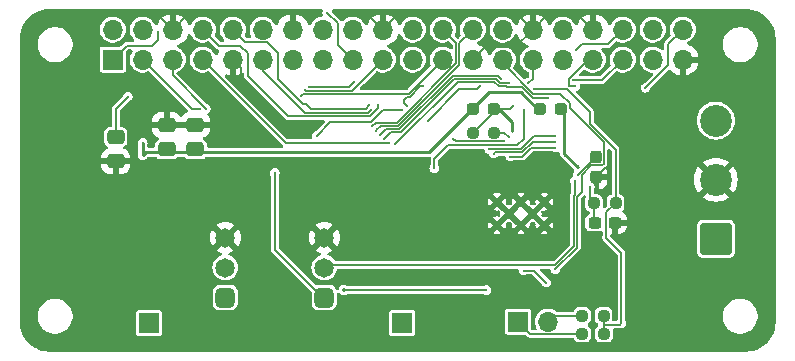
<source format=gbl>
G04 #@! TF.GenerationSoftware,KiCad,Pcbnew,8.0.8*
G04 #@! TF.CreationDate,2025-02-13T09:25:44+02:00*
G04 #@! TF.ProjectId,civic_serializer,63697669-635f-4736-9572-69616c697a65,rev?*
G04 #@! TF.SameCoordinates,Original*
G04 #@! TF.FileFunction,Copper,L2,Bot*
G04 #@! TF.FilePolarity,Positive*
%FSLAX46Y46*%
G04 Gerber Fmt 4.6, Leading zero omitted, Abs format (unit mm)*
G04 Created by KiCad (PCBNEW 8.0.8) date 2025-02-13 09:25:44*
%MOMM*%
%LPD*%
G01*
G04 APERTURE LIST*
G04 Aperture macros list*
%AMRoundRect*
0 Rectangle with rounded corners*
0 $1 Rounding radius*
0 $2 $3 $4 $5 $6 $7 $8 $9 X,Y pos of 4 corners*
0 Add a 4 corners polygon primitive as box body*
4,1,4,$2,$3,$4,$5,$6,$7,$8,$9,$2,$3,0*
0 Add four circle primitives for the rounded corners*
1,1,$1+$1,$2,$3*
1,1,$1+$1,$4,$5*
1,1,$1+$1,$6,$7*
1,1,$1+$1,$8,$9*
0 Add four rect primitives between the rounded corners*
20,1,$1+$1,$2,$3,$4,$5,0*
20,1,$1+$1,$4,$5,$6,$7,0*
20,1,$1+$1,$6,$7,$8,$9,0*
20,1,$1+$1,$8,$9,$2,$3,0*%
G04 Aperture macros list end*
G04 #@! TA.AperFunction,ComponentPad*
%ADD10RoundRect,0.412500X0.412500X-0.412500X0.412500X0.412500X-0.412500X0.412500X-0.412500X-0.412500X0*%
G04 #@! TD*
G04 #@! TA.AperFunction,ComponentPad*
%ADD11C,1.650000*%
G04 #@! TD*
G04 #@! TA.AperFunction,ComponentPad*
%ADD12RoundRect,0.250001X1.099999X-1.099999X1.099999X1.099999X-1.099999X1.099999X-1.099999X-1.099999X0*%
G04 #@! TD*
G04 #@! TA.AperFunction,ComponentPad*
%ADD13C,2.700000*%
G04 #@! TD*
G04 #@! TA.AperFunction,ComponentPad*
%ADD14C,0.500000*%
G04 #@! TD*
G04 #@! TA.AperFunction,ComponentPad*
%ADD15R,1.700000X1.700000*%
G04 #@! TD*
G04 #@! TA.AperFunction,ComponentPad*
%ADD16O,1.700000X1.700000*%
G04 #@! TD*
G04 #@! TA.AperFunction,SMDPad,CuDef*
%ADD17RoundRect,0.250000X0.475000X-0.337500X0.475000X0.337500X-0.475000X0.337500X-0.475000X-0.337500X0*%
G04 #@! TD*
G04 #@! TA.AperFunction,SMDPad,CuDef*
%ADD18RoundRect,0.237500X-0.237500X0.300000X-0.237500X-0.300000X0.237500X-0.300000X0.237500X0.300000X0*%
G04 #@! TD*
G04 #@! TA.AperFunction,SMDPad,CuDef*
%ADD19RoundRect,0.237500X-0.250000X-0.237500X0.250000X-0.237500X0.250000X0.237500X-0.250000X0.237500X0*%
G04 #@! TD*
G04 #@! TA.AperFunction,SMDPad,CuDef*
%ADD20RoundRect,0.237500X-0.287500X-0.237500X0.287500X-0.237500X0.287500X0.237500X-0.287500X0.237500X0*%
G04 #@! TD*
G04 #@! TA.AperFunction,SMDPad,CuDef*
%ADD21RoundRect,0.250000X-0.475000X0.337500X-0.475000X-0.337500X0.475000X-0.337500X0.475000X0.337500X0*%
G04 #@! TD*
G04 #@! TA.AperFunction,SMDPad,CuDef*
%ADD22RoundRect,0.237500X0.250000X0.237500X-0.250000X0.237500X-0.250000X-0.237500X0.250000X-0.237500X0*%
G04 #@! TD*
G04 #@! TA.AperFunction,SMDPad,CuDef*
%ADD23RoundRect,0.237500X-0.300000X-0.237500X0.300000X-0.237500X0.300000X0.237500X-0.300000X0.237500X0*%
G04 #@! TD*
G04 #@! TA.AperFunction,ViaPad*
%ADD24C,0.300000*%
G04 #@! TD*
G04 #@! TA.AperFunction,ViaPad*
%ADD25C,0.350000*%
G04 #@! TD*
G04 #@! TA.AperFunction,Conductor*
%ADD26C,0.127000*%
G04 #@! TD*
G04 #@! TA.AperFunction,Conductor*
%ADD27C,0.254000*%
G04 #@! TD*
G04 APERTURE END LIST*
D10*
X126289000Y-94920000D03*
D11*
X126289000Y-92380000D03*
X126289000Y-89840000D03*
D12*
X159436000Y-89934000D03*
D13*
X159436000Y-84934000D03*
X159436000Y-79934000D03*
D14*
X140926000Y-88808000D03*
X142926000Y-88808000D03*
X144926000Y-88808000D03*
X141926000Y-87808000D03*
X143926000Y-87808000D03*
X140916000Y-86808000D03*
X144926000Y-86808000D03*
X142926000Y-86798000D03*
D10*
X117907000Y-94920000D03*
D11*
X117907000Y-92380000D03*
X117907000Y-89840000D03*
D15*
X132893000Y-97079000D03*
X142672000Y-96952000D03*
D16*
X145212000Y-96952000D03*
D15*
X111430000Y-97079000D03*
X108370000Y-74770000D03*
D16*
X108370000Y-72230000D03*
X110910000Y-74770000D03*
X110910000Y-72230000D03*
X113450000Y-74770000D03*
X113450000Y-72230000D03*
X115990000Y-74770000D03*
X115990000Y-72230000D03*
X118530000Y-74770000D03*
X118530000Y-72230000D03*
X121070000Y-74770000D03*
X121070000Y-72230000D03*
X123610000Y-74770000D03*
X123610000Y-72230000D03*
X126150000Y-74770000D03*
X126150000Y-72230000D03*
X128690000Y-74770000D03*
X128690000Y-72230000D03*
X131230000Y-74770000D03*
X131230000Y-72230000D03*
X133770000Y-74770000D03*
X133770000Y-72230000D03*
X136310000Y-74770000D03*
X136310000Y-72230000D03*
X138850000Y-74770000D03*
X138850000Y-72230000D03*
X141390000Y-74770000D03*
X141390000Y-72230000D03*
X143930000Y-74770000D03*
X143930000Y-72230000D03*
X146470000Y-74770000D03*
X146470000Y-72230000D03*
X149010000Y-74770000D03*
X149010000Y-72230000D03*
X151550000Y-74770000D03*
X151550000Y-72230000D03*
X154090000Y-74770000D03*
X154090000Y-72230000D03*
X156630000Y-74770000D03*
X156630000Y-72230000D03*
D17*
X115367000Y-82368500D03*
X115367000Y-80293500D03*
D18*
X149276000Y-83008500D03*
X149276000Y-84733500D03*
D19*
X148109500Y-96444000D03*
X149934500Y-96444000D03*
X149125500Y-86919000D03*
X150950500Y-86919000D03*
D17*
X112954000Y-82368500D03*
X112954000Y-80293500D03*
D20*
X138876000Y-78918000D03*
X140626000Y-78918000D03*
D21*
X108636000Y-81309500D03*
X108636000Y-83384500D03*
D20*
X144591000Y-78918000D03*
X146341000Y-78918000D03*
D19*
X148133000Y-97968000D03*
X149958000Y-97968000D03*
D22*
X140663500Y-80950000D03*
X138838500Y-80950000D03*
D23*
X149175500Y-88570000D03*
X150900500Y-88570000D03*
D24*
X147778500Y-84506000D03*
X110922000Y-81839000D03*
X110922000Y-82855000D03*
X142164000Y-80823000D03*
X142291000Y-78664000D03*
X139881500Y-79937500D03*
X144069000Y-77267000D03*
X151435000Y-97079000D03*
X122098000Y-84355500D03*
X146609000Y-79680000D03*
X147752000Y-83871000D03*
X145085000Y-93650000D03*
X143176000Y-92634000D03*
X148768000Y-85522000D03*
X130353000Y-80417776D03*
X147498000Y-85014000D03*
X153480230Y-77153230D03*
X130693500Y-80823000D03*
X140259000Y-82347000D03*
X147510500Y-77025500D03*
X145847000Y-81204000D03*
X130861000Y-78623500D03*
X143561000Y-76759000D03*
X141910000Y-76759000D03*
X131328500Y-81498500D03*
X128829000Y-76632000D03*
X124980264Y-77052184D03*
D25*
X127940000Y-94285000D03*
D24*
X140005000Y-94285000D03*
X109652000Y-77902000D03*
X112192000Y-72441000D03*
X126543000Y-70790000D03*
X145847000Y-92507000D03*
X115748000Y-78918000D03*
X135604145Y-83953855D03*
X147625000Y-73965000D03*
X143180000Y-79045000D03*
X124638000Y-77307500D03*
X141275000Y-76378000D03*
X130976766Y-81176250D03*
X145847000Y-82220000D03*
X142037000Y-82982000D03*
X141529000Y-81666000D03*
X133274000Y-78664000D03*
X134671000Y-77013000D03*
X137211000Y-81458000D03*
X131807789Y-81838999D03*
X124297500Y-77838500D03*
X130226000Y-79045000D03*
X141910000Y-81331000D03*
X130099000Y-78623500D03*
X145847000Y-81712000D03*
X140640000Y-82728000D03*
X116256000Y-78918000D03*
X125654000Y-81204000D03*
X132893000Y-79045000D03*
X139497000Y-77013000D03*
X135052000Y-79934000D03*
X132287183Y-81959183D03*
X147371000Y-76505000D03*
X145212000Y-77988500D03*
X145085000Y-82982000D03*
X151866800Y-82423200D03*
X120370800Y-90043200D03*
X139370000Y-82728000D03*
X101778000Y-77775000D03*
X128194000Y-84379000D03*
X150495200Y-83896400D03*
X115748000Y-84125000D03*
X121183600Y-90043200D03*
X152374800Y-89992400D03*
D26*
X126502500Y-92166500D02*
X126289000Y-92380000D01*
X147411500Y-90583290D02*
X145828290Y-92166500D01*
X147498000Y-86205250D02*
X147411500Y-86291750D01*
X147411500Y-86291750D02*
X147411500Y-90583290D01*
X145828290Y-92166500D02*
X126502500Y-92166500D01*
X126162000Y-94920000D02*
X126289000Y-94920000D01*
X122098000Y-90856000D02*
X126162000Y-94920000D01*
X122098000Y-84355500D02*
X122098000Y-90856000D01*
X147498000Y-85014000D02*
X147498000Y-86205250D01*
X147778500Y-84506000D02*
X149276000Y-83008500D01*
D27*
X135193000Y-82601000D02*
X111176000Y-82601000D01*
X110922000Y-82855000D02*
X110922000Y-81839000D01*
X144316000Y-78918000D02*
X142919000Y-77521000D01*
X140273000Y-77521000D02*
X135193000Y-82601000D01*
X142919000Y-77521000D02*
X140273000Y-77521000D01*
X111176000Y-82601000D02*
X110922000Y-82855000D01*
D26*
X151308000Y-97206000D02*
X151435000Y-97079000D01*
D27*
X142164000Y-80061000D02*
X141148000Y-79045000D01*
D26*
X148768000Y-79172000D02*
X146863000Y-77267000D01*
X150172500Y-87697000D02*
X150172500Y-89807100D01*
X149934500Y-97206000D02*
X151308000Y-97206000D01*
X139881500Y-79937500D02*
X140901000Y-78918000D01*
X150950500Y-86919000D02*
X150172500Y-87697000D01*
X142037000Y-78918000D02*
X140626000Y-78918000D01*
X138869000Y-80950000D02*
X139881500Y-79937500D01*
X146863000Y-77267000D02*
X144069000Y-77267000D01*
X148768000Y-80208136D02*
X148768000Y-79172000D01*
X150950500Y-82390636D02*
X148768000Y-80208136D01*
X150139600Y-89840000D02*
X151435000Y-91135400D01*
X149934500Y-96444000D02*
X149934500Y-97206000D01*
X150950500Y-86919000D02*
X150950500Y-82390636D01*
X150172500Y-89807100D02*
X150139600Y-89840000D01*
X142291000Y-78664000D02*
X142037000Y-78918000D01*
X149934500Y-97206000D02*
X149934500Y-97944500D01*
X151435000Y-91135400D02*
X151435000Y-97079000D01*
X149934500Y-97944500D02*
X149958000Y-97968000D01*
D27*
X142164000Y-80823000D02*
X142164000Y-80061000D01*
X146616000Y-82735000D02*
X146616000Y-78918000D01*
X147752000Y-83871000D02*
X146616000Y-82735000D01*
D26*
X143176000Y-92634000D02*
X144069000Y-92634000D01*
X144069000Y-92634000D02*
X145085000Y-93650000D01*
X149125500Y-88520000D02*
X149175500Y-88570000D01*
X149125500Y-86919000D02*
X149125500Y-88520000D01*
X148768000Y-85522000D02*
X148768000Y-86561500D01*
X148768000Y-86561500D02*
X149125500Y-86919000D01*
X145720000Y-96444000D02*
X145212000Y-96952000D01*
X148109500Y-96444000D02*
X145720000Y-96444000D01*
X143712500Y-97992500D02*
X142672000Y-96952000D01*
X148108500Y-97992500D02*
X143712500Y-97992500D01*
X148133000Y-97968000D02*
X148108500Y-97992500D01*
X132432133Y-80119357D02*
X137465000Y-75086490D01*
X137465000Y-73385000D02*
X136310000Y-72230000D01*
X130353000Y-80417776D02*
X130651419Y-80119357D01*
X130651419Y-80119357D02*
X132432133Y-80119357D01*
X137465000Y-75086490D02*
X137465000Y-73385000D01*
X153480230Y-77153230D02*
X155372000Y-75261460D01*
X155372000Y-75261460D02*
X155372000Y-73488000D01*
X155372000Y-73488000D02*
X156630000Y-72230000D01*
X137719000Y-73361000D02*
X138850000Y-72230000D01*
X130693500Y-80753590D02*
X131073733Y-80373357D01*
X137719000Y-75191700D02*
X137719000Y-73361000D01*
X131073733Y-80373357D02*
X132537343Y-80373357D01*
X130693500Y-80823000D02*
X130693500Y-80753590D01*
X132537343Y-80373357D02*
X137719000Y-75191700D01*
X144082120Y-81204000D02*
X145847000Y-81204000D01*
X146968210Y-77013000D02*
X146968210Y-76399790D01*
X148598000Y-74770000D02*
X149010000Y-74770000D01*
X140259000Y-82347000D02*
X142939120Y-82347000D01*
X147510500Y-77025500D02*
X146980710Y-77025500D01*
X146980710Y-77025500D02*
X146968210Y-77013000D01*
X146968210Y-76399790D02*
X148598000Y-74770000D01*
X142939120Y-82347000D02*
X144082120Y-81204000D01*
X123241000Y-79553000D02*
X119812000Y-76124000D01*
X130199540Y-79553000D02*
X123241000Y-79553000D01*
X130861000Y-78623500D02*
X130861000Y-78891540D01*
X119812000Y-76124000D02*
X119812000Y-74219000D01*
X117344000Y-73584000D02*
X115990000Y-72230000D01*
X130861000Y-78891540D02*
X130199540Y-79553000D01*
X119177000Y-73584000D02*
X117344000Y-73584000D01*
X119812000Y-74219000D02*
X119177000Y-73584000D01*
X141174460Y-76759000D02*
X141910000Y-76759000D01*
X143561000Y-76759000D02*
X143930000Y-76390000D01*
X131945643Y-80881357D02*
X132747763Y-80881357D01*
X132747763Y-80881357D02*
X137251120Y-76378000D01*
X137251120Y-76378000D02*
X140793460Y-76378000D01*
X131328500Y-81498500D02*
X131945643Y-80881357D01*
X143930000Y-76390000D02*
X143930000Y-74770000D01*
X140793460Y-76378000D02*
X141174460Y-76759000D01*
X128408816Y-77052184D02*
X128829000Y-76632000D01*
X124980264Y-77052184D02*
X128408816Y-77052184D01*
X140005000Y-94285000D02*
X127940000Y-94285000D01*
X108636000Y-78918000D02*
X109652000Y-77902000D01*
X108636000Y-81309500D02*
X108636000Y-78918000D01*
X127432000Y-73512000D02*
X127432000Y-71679000D01*
X128690000Y-74770000D02*
X127432000Y-73512000D01*
X111684000Y-73584000D02*
X109556000Y-73584000D01*
X112192000Y-72441000D02*
X112192000Y-73076000D01*
X112192000Y-73076000D02*
X111684000Y-73584000D01*
X109556000Y-73584000D02*
X108370000Y-74770000D01*
X127432000Y-71679000D02*
X126543000Y-70790000D01*
X149941500Y-83610000D02*
X149941500Y-81742500D01*
X147056500Y-78857500D02*
X147056500Y-78476500D01*
X148907210Y-83736500D02*
X149815000Y-83736500D01*
X149815000Y-83736500D02*
X149941500Y-83610000D01*
X147665500Y-90688500D02*
X147665500Y-86396960D01*
X141390000Y-75096000D02*
X141390000Y-74770000D01*
X143942000Y-77648000D02*
X141390000Y-75096000D01*
X145847000Y-92507000D02*
X147665500Y-90688500D01*
X147665500Y-86396960D02*
X148119000Y-85943460D01*
X148119000Y-85943460D02*
X148119000Y-84524710D01*
X148119000Y-84524710D02*
X148907210Y-83736500D01*
X147056500Y-78476500D02*
X146228000Y-77648000D01*
X146228000Y-77648000D02*
X143942000Y-77648000D01*
X149941500Y-81742500D02*
X147056500Y-78857500D01*
X115748000Y-78918000D02*
X115058000Y-78918000D01*
X115058000Y-78918000D02*
X110910000Y-74770000D01*
X150323000Y-73457000D02*
X151550000Y-72230000D01*
X135604145Y-83953855D02*
X135604145Y-83191855D01*
X143180000Y-81465864D02*
X143180000Y-79045000D01*
X142639364Y-82006500D02*
X143180000Y-81465864D01*
X135604145Y-83191855D02*
X136789500Y-82006500D01*
X147625000Y-73965000D02*
X148133000Y-73457000D01*
X136789500Y-82006500D02*
X142639364Y-82006500D01*
X148133000Y-73457000D02*
X150323000Y-73457000D01*
X124724500Y-77394000D02*
X128606000Y-77394000D01*
X128606000Y-77394000D02*
X131230000Y-74770000D01*
X124638000Y-77307500D02*
X124724500Y-77394000D01*
X137145910Y-76124000D02*
X141021000Y-76124000D01*
X141021000Y-76124000D02*
X141275000Y-76378000D01*
X130976766Y-81176250D02*
X131525659Y-80627357D01*
X131525659Y-80627357D02*
X132642553Y-80627357D01*
X132642553Y-80627357D02*
X137145910Y-76124000D01*
X143022540Y-82982000D02*
X143784540Y-82220000D01*
X143784540Y-82220000D02*
X145847000Y-82220000D01*
X142037000Y-82982000D02*
X143022540Y-82982000D01*
X134426210Y-77013000D02*
X134671000Y-77013000D01*
X133537210Y-77902000D02*
X134426210Y-77013000D01*
X141529000Y-81666000D02*
X137419000Y-81666000D01*
X133020000Y-78156000D02*
X133274000Y-77902000D01*
X133274000Y-78664000D02*
X133020000Y-78410000D01*
X137419000Y-81666000D02*
X137211000Y-81458000D01*
X133020000Y-78410000D02*
X133020000Y-78156000D01*
X133274000Y-77902000D02*
X133537210Y-77902000D01*
X131807788Y-81839000D02*
X123059000Y-81839000D01*
X123059000Y-81839000D02*
X115990000Y-74770000D01*
X131807789Y-81838999D02*
X131807788Y-81839000D01*
X124488000Y-77648000D02*
X133432000Y-77648000D01*
X124297500Y-77838500D02*
X124488000Y-77648000D01*
X133432000Y-77648000D02*
X136310000Y-74770000D01*
X130226000Y-79045000D02*
X129972000Y-79299000D01*
X121070000Y-75731000D02*
X121070000Y-74770000D01*
X124638000Y-79299000D02*
X121070000Y-75731000D01*
X129972000Y-79299000D02*
X124638000Y-79299000D01*
X141529000Y-80950000D02*
X140751000Y-80950000D01*
X141910000Y-81331000D02*
X141529000Y-80950000D01*
X121403500Y-73270500D02*
X119570500Y-73270500D01*
X122352000Y-74219000D02*
X121403500Y-73270500D01*
X129804500Y-78918000D02*
X125146000Y-78918000D01*
X130099000Y-78623500D02*
X129804500Y-78918000D01*
X119570500Y-73270500D02*
X118530000Y-72230000D01*
X125146000Y-78918000D02*
X124765000Y-78537000D01*
X124514460Y-78537000D02*
X122352000Y-76374540D01*
X122352000Y-76374540D02*
X122352000Y-74219000D01*
X124765000Y-78537000D02*
X124514460Y-78537000D01*
X140767000Y-82601000D02*
X143044330Y-82601000D01*
X143044330Y-82601000D02*
X143933330Y-81712000D01*
X140640000Y-82728000D02*
X140767000Y-82601000D01*
X143933330Y-81712000D02*
X145847000Y-81712000D01*
X113450000Y-76112000D02*
X113450000Y-74770000D01*
X116256000Y-78918000D02*
X113450000Y-76112000D01*
X137719000Y-77267000D02*
X139243000Y-77267000D01*
X139243000Y-77267000D02*
X139497000Y-77013000D01*
X135052000Y-79934000D02*
X137719000Y-77267000D01*
X125654000Y-81204000D02*
X126797000Y-80061000D01*
X126797000Y-80061000D02*
X130226000Y-80061000D01*
X130226000Y-80061000D02*
X131242000Y-79045000D01*
X131242000Y-79045000D02*
X132893000Y-79045000D01*
X141768960Y-77099500D02*
X143034290Y-77099500D01*
X143923290Y-77988500D02*
X145212000Y-77988500D01*
X140688250Y-76632000D02*
X141069250Y-77013000D01*
X147371000Y-76505000D02*
X149815000Y-76505000D01*
X132287183Y-81959183D02*
X137614366Y-76632000D01*
X137614366Y-76632000D02*
X140688250Y-76632000D01*
X149815000Y-76505000D02*
X151550000Y-74770000D01*
X141682460Y-77013000D02*
X141768960Y-77099500D01*
X143034290Y-77099500D02*
X143923290Y-77988500D01*
X141069250Y-77013000D02*
X141682460Y-77013000D01*
X139890500Y-73729500D02*
X142430500Y-73729500D01*
X138850000Y-74770000D02*
X139890500Y-73729500D01*
X143930000Y-72230000D02*
X145161200Y-70998800D01*
X113450000Y-72230000D02*
X112192000Y-70972000D01*
X132258000Y-71202000D02*
X132258000Y-70840800D01*
X119253200Y-76276400D02*
X119202400Y-76327200D01*
X131230000Y-72230000D02*
X132258000Y-71202000D01*
X112192000Y-70972000D02*
X112192000Y-70942400D01*
X143027600Y-71327600D02*
X143027600Y-70942400D01*
X114681200Y-70998800D02*
X113450000Y-72230000D01*
X143930000Y-72230000D02*
X143027600Y-71327600D01*
X131230000Y-72230000D02*
X130124400Y-71124400D01*
X130124400Y-71124400D02*
X130124400Y-70942400D01*
X118530000Y-74770000D02*
X119253200Y-75493200D01*
X142430500Y-73729500D02*
X143930000Y-72230000D01*
X114681200Y-70998800D02*
X114681200Y-70993200D01*
X149010000Y-72230000D02*
X147904400Y-71124400D01*
X145161200Y-70998800D02*
X145161200Y-70993200D01*
X147904400Y-71124400D02*
X147904400Y-70942400D01*
X149276000Y-84733500D02*
X150113100Y-83896400D01*
X119253200Y-75493200D02*
X119253200Y-76276400D01*
X150113100Y-83896400D02*
X150495200Y-83896400D01*
G04 #@! TA.AperFunction,Conductor*
G36*
X126102814Y-70520185D02*
G01*
X126148569Y-70572989D01*
X126158513Y-70642147D01*
X126153704Y-70662826D01*
X126153499Y-70663454D01*
X126133458Y-70789996D01*
X126133458Y-70790003D01*
X126153500Y-70916551D01*
X126153501Y-70916555D01*
X126168100Y-70945206D01*
X126180996Y-71013875D01*
X126154719Y-71078615D01*
X126097613Y-71118872D01*
X126057615Y-71125500D01*
X126047653Y-71125500D01*
X125846444Y-71163112D01*
X125846441Y-71163112D01*
X125846441Y-71163113D01*
X125655575Y-71237054D01*
X125655569Y-71237057D01*
X125481539Y-71344812D01*
X125481537Y-71344814D01*
X125330269Y-71482712D01*
X125206912Y-71646064D01*
X125121619Y-71817354D01*
X125074116Y-71868591D01*
X125006453Y-71886012D01*
X124940112Y-71864086D01*
X124896158Y-71809775D01*
X124890844Y-71794174D01*
X124883434Y-71766518D01*
X124883429Y-71766507D01*
X124783600Y-71552422D01*
X124783599Y-71552420D01*
X124648113Y-71358926D01*
X124648108Y-71358920D01*
X124481082Y-71191894D01*
X124287578Y-71056399D01*
X124073492Y-70956570D01*
X124073486Y-70956567D01*
X123860000Y-70899364D01*
X123860000Y-71796988D01*
X123802993Y-71764075D01*
X123675826Y-71730000D01*
X123544174Y-71730000D01*
X123417007Y-71764075D01*
X123360000Y-71796988D01*
X123360000Y-70899364D01*
X123359999Y-70899364D01*
X123146513Y-70956567D01*
X123146507Y-70956570D01*
X122932422Y-71056399D01*
X122932420Y-71056400D01*
X122738926Y-71191886D01*
X122738920Y-71191891D01*
X122571891Y-71358920D01*
X122571886Y-71358926D01*
X122436400Y-71552420D01*
X122436399Y-71552422D01*
X122336570Y-71766507D01*
X122336564Y-71766522D01*
X122329154Y-71794177D01*
X122292788Y-71853837D01*
X122229941Y-71884365D01*
X122160566Y-71876070D01*
X122106688Y-71831583D01*
X122098380Y-71817354D01*
X122086838Y-71794174D01*
X122013088Y-71646065D01*
X121953904Y-71567693D01*
X121889730Y-71482712D01*
X121738462Y-71344814D01*
X121738460Y-71344812D01*
X121564430Y-71237057D01*
X121564424Y-71237054D01*
X121413993Y-71178777D01*
X121373556Y-71163112D01*
X121172347Y-71125500D01*
X120967653Y-71125500D01*
X120766444Y-71163112D01*
X120766441Y-71163112D01*
X120766441Y-71163113D01*
X120575575Y-71237054D01*
X120575569Y-71237057D01*
X120401539Y-71344812D01*
X120401537Y-71344814D01*
X120250269Y-71482712D01*
X120126912Y-71646064D01*
X120035673Y-71829295D01*
X119979654Y-72026183D01*
X119960768Y-72229999D01*
X119960768Y-72230000D01*
X119979654Y-72433816D01*
X119979654Y-72433818D01*
X119979655Y-72433821D01*
X120035672Y-72630701D01*
X120035673Y-72630704D01*
X120106642Y-72773228D01*
X120118903Y-72842014D01*
X120092030Y-72906508D01*
X120034554Y-72946236D01*
X119995642Y-72952500D01*
X119753582Y-72952500D01*
X119686543Y-72932815D01*
X119665901Y-72916181D01*
X119566281Y-72816561D01*
X119532796Y-72755238D01*
X119537780Y-72685546D01*
X119542962Y-72673609D01*
X119564328Y-72630701D01*
X119620345Y-72433821D01*
X119639232Y-72230000D01*
X119620345Y-72026179D01*
X119564328Y-71829299D01*
X119473088Y-71646065D01*
X119413904Y-71567693D01*
X119349730Y-71482712D01*
X119198462Y-71344814D01*
X119198460Y-71344812D01*
X119024430Y-71237057D01*
X119024424Y-71237054D01*
X118873993Y-71178777D01*
X118833556Y-71163112D01*
X118632347Y-71125500D01*
X118427653Y-71125500D01*
X118226444Y-71163112D01*
X118226441Y-71163112D01*
X118226441Y-71163113D01*
X118035575Y-71237054D01*
X118035569Y-71237057D01*
X117861539Y-71344812D01*
X117861537Y-71344814D01*
X117710269Y-71482712D01*
X117586912Y-71646064D01*
X117495673Y-71829295D01*
X117439654Y-72026183D01*
X117420768Y-72229999D01*
X117420768Y-72230000D01*
X117439654Y-72433816D01*
X117439654Y-72433818D01*
X117439655Y-72433821D01*
X117495672Y-72630701D01*
X117495673Y-72630704D01*
X117586912Y-72813935D01*
X117710269Y-72977287D01*
X117790430Y-73050363D01*
X117826712Y-73110074D01*
X117824951Y-73179922D01*
X117785708Y-73237729D01*
X117721441Y-73265144D01*
X117706892Y-73266000D01*
X117527082Y-73266000D01*
X117460043Y-73246315D01*
X117439401Y-73229681D01*
X117026281Y-72816561D01*
X116992796Y-72755238D01*
X116997780Y-72685546D01*
X117002962Y-72673609D01*
X117024328Y-72630701D01*
X117080345Y-72433821D01*
X117099232Y-72230000D01*
X117080345Y-72026179D01*
X117024328Y-71829299D01*
X116933088Y-71646065D01*
X116873904Y-71567693D01*
X116809730Y-71482712D01*
X116658462Y-71344814D01*
X116658460Y-71344812D01*
X116484430Y-71237057D01*
X116484424Y-71237054D01*
X116333993Y-71178777D01*
X116293556Y-71163112D01*
X116092347Y-71125500D01*
X115887653Y-71125500D01*
X115686444Y-71163112D01*
X115686441Y-71163112D01*
X115686441Y-71163113D01*
X115495575Y-71237054D01*
X115495569Y-71237057D01*
X115321539Y-71344812D01*
X115321537Y-71344814D01*
X115170269Y-71482712D01*
X115046912Y-71646064D01*
X114961619Y-71817354D01*
X114914116Y-71868591D01*
X114846453Y-71886012D01*
X114780112Y-71864086D01*
X114736158Y-71809775D01*
X114730844Y-71794174D01*
X114723434Y-71766518D01*
X114723429Y-71766507D01*
X114623600Y-71552422D01*
X114623599Y-71552420D01*
X114488113Y-71358926D01*
X114488108Y-71358920D01*
X114321082Y-71191894D01*
X114127578Y-71056399D01*
X113913492Y-70956570D01*
X113913486Y-70956567D01*
X113700000Y-70899364D01*
X113700000Y-71796988D01*
X113642993Y-71764075D01*
X113515826Y-71730000D01*
X113384174Y-71730000D01*
X113257007Y-71764075D01*
X113200000Y-71796988D01*
X113200000Y-70899364D01*
X113199999Y-70899364D01*
X112986513Y-70956567D01*
X112986507Y-70956570D01*
X112772422Y-71056399D01*
X112772420Y-71056400D01*
X112578926Y-71191886D01*
X112578920Y-71191891D01*
X112411891Y-71358920D01*
X112411886Y-71358926D01*
X112276400Y-71552420D01*
X112276399Y-71552422D01*
X112176570Y-71766507D01*
X112176564Y-71766522D01*
X112169154Y-71794177D01*
X112132788Y-71853837D01*
X112069941Y-71884365D01*
X112000566Y-71876070D01*
X111946688Y-71831583D01*
X111938380Y-71817354D01*
X111926838Y-71794174D01*
X111853088Y-71646065D01*
X111793904Y-71567693D01*
X111729730Y-71482712D01*
X111578462Y-71344814D01*
X111578460Y-71344812D01*
X111404430Y-71237057D01*
X111404424Y-71237054D01*
X111253993Y-71178777D01*
X111213556Y-71163112D01*
X111012347Y-71125500D01*
X110807653Y-71125500D01*
X110606444Y-71163112D01*
X110606441Y-71163112D01*
X110606441Y-71163113D01*
X110415575Y-71237054D01*
X110415569Y-71237057D01*
X110241539Y-71344812D01*
X110241537Y-71344814D01*
X110090269Y-71482712D01*
X109966912Y-71646064D01*
X109875673Y-71829295D01*
X109819654Y-72026183D01*
X109800768Y-72229999D01*
X109800768Y-72230000D01*
X109819654Y-72433816D01*
X109819654Y-72433818D01*
X109819655Y-72433821D01*
X109875672Y-72630701D01*
X109875673Y-72630704D01*
X109966912Y-72813935D01*
X110090269Y-72977287D01*
X110170430Y-73050363D01*
X110206712Y-73110074D01*
X110204951Y-73179922D01*
X110165708Y-73237729D01*
X110101441Y-73265144D01*
X110086892Y-73266000D01*
X109514135Y-73266000D01*
X109433257Y-73287671D01*
X109433256Y-73287671D01*
X109433254Y-73287672D01*
X109433251Y-73287673D01*
X109390487Y-73312364D01*
X109390486Y-73312365D01*
X109381648Y-73317467D01*
X109360743Y-73329536D01*
X109061098Y-73629181D01*
X108999775Y-73662666D01*
X108973417Y-73665500D01*
X107494936Y-73665500D01*
X107420698Y-73680266D01*
X107336515Y-73736515D01*
X107280266Y-73820699D01*
X107280264Y-73820703D01*
X107265500Y-73894928D01*
X107265500Y-75645063D01*
X107280266Y-75719301D01*
X107336515Y-75803484D01*
X107370234Y-75826014D01*
X107420699Y-75859734D01*
X107420702Y-75859734D01*
X107420703Y-75859735D01*
X107445666Y-75864700D01*
X107494933Y-75874500D01*
X109245066Y-75874499D01*
X109319301Y-75859734D01*
X109403484Y-75803484D01*
X109459734Y-75719301D01*
X109474500Y-75645067D01*
X109474499Y-74166581D01*
X109494184Y-74099543D01*
X109510813Y-74078906D01*
X109651402Y-73938317D01*
X109712724Y-73904834D01*
X109739082Y-73902000D01*
X109932402Y-73902000D01*
X109999441Y-73921685D01*
X110045196Y-73974489D01*
X110055140Y-74043647D01*
X110031356Y-74100727D01*
X109966912Y-74186064D01*
X109875673Y-74369295D01*
X109819654Y-74566183D01*
X109800768Y-74769999D01*
X109800768Y-74770000D01*
X109819654Y-74973816D01*
X109819654Y-74973818D01*
X109819655Y-74973821D01*
X109875672Y-75170701D01*
X109875673Y-75170704D01*
X109966912Y-75353935D01*
X110090269Y-75517287D01*
X110241537Y-75655185D01*
X110241539Y-75655187D01*
X110415569Y-75762942D01*
X110415575Y-75762945D01*
X110453737Y-75777729D01*
X110606444Y-75836888D01*
X110807653Y-75874500D01*
X110807656Y-75874500D01*
X111012344Y-75874500D01*
X111012347Y-75874500D01*
X111213556Y-75836888D01*
X111364257Y-75778505D01*
X111433878Y-75772643D01*
X111495619Y-75805352D01*
X111496731Y-75806451D01*
X114722939Y-79032659D01*
X114756424Y-79093982D01*
X114751440Y-79163674D01*
X114709568Y-79219607D01*
X114674263Y-79238046D01*
X114572878Y-79271642D01*
X114572875Y-79271643D01*
X114423654Y-79363684D01*
X114299683Y-79487655D01*
X114299680Y-79487659D01*
X114266038Y-79542202D01*
X114214090Y-79588927D01*
X114145128Y-79600148D01*
X114081046Y-79572305D01*
X114054962Y-79542202D01*
X114021319Y-79487659D01*
X114021316Y-79487655D01*
X113897345Y-79363684D01*
X113748124Y-79271643D01*
X113748119Y-79271641D01*
X113581697Y-79216494D01*
X113581690Y-79216493D01*
X113478986Y-79206000D01*
X113204000Y-79206000D01*
X113204000Y-80043500D01*
X116591999Y-80043500D01*
X116591999Y-79906028D01*
X116591998Y-79906013D01*
X116581505Y-79803302D01*
X116526358Y-79636880D01*
X116526356Y-79636875D01*
X116434315Y-79487654D01*
X116418180Y-79471519D01*
X116384695Y-79410196D01*
X116389679Y-79340504D01*
X116431551Y-79284571D01*
X116449558Y-79273357D01*
X116496723Y-79249326D01*
X116587326Y-79158723D01*
X116645498Y-79044555D01*
X116647382Y-79032659D01*
X116665542Y-78918003D01*
X116665542Y-78917996D01*
X116645499Y-78791448D01*
X116645498Y-78791446D01*
X116645498Y-78791445D01*
X116587326Y-78677277D01*
X116587322Y-78677273D01*
X116587321Y-78677271D01*
X116496728Y-78586678D01*
X116496725Y-78586676D01*
X116496723Y-78586674D01*
X116382555Y-78528502D01*
X116382554Y-78528501D01*
X116382551Y-78528500D01*
X116343530Y-78522320D01*
X116280396Y-78492390D01*
X116275248Y-78487528D01*
X113804319Y-76016599D01*
X113770834Y-75955276D01*
X113768000Y-75928918D01*
X113768000Y-75916234D01*
X113787685Y-75849195D01*
X113840489Y-75803440D01*
X113847207Y-75800607D01*
X113884099Y-75786315D01*
X113944427Y-75762944D01*
X114118462Y-75655186D01*
X114269732Y-75517285D01*
X114393088Y-75353935D01*
X114484328Y-75170701D01*
X114540345Y-74973821D01*
X114559232Y-74770000D01*
X114540345Y-74566179D01*
X114484328Y-74369299D01*
X114393088Y-74186065D01*
X114327750Y-74099543D01*
X114269730Y-74022712D01*
X114118462Y-73884814D01*
X114118460Y-73884812D01*
X113944430Y-73777057D01*
X113944424Y-73777054D01*
X113868261Y-73747549D01*
X113812859Y-73704976D01*
X113789269Y-73639209D01*
X113804980Y-73571129D01*
X113855004Y-73522350D01*
X113880963Y-73512147D01*
X113913481Y-73503434D01*
X113913492Y-73503429D01*
X114127578Y-73403600D01*
X114321082Y-73268105D01*
X114488105Y-73101082D01*
X114623600Y-72907578D01*
X114723429Y-72693492D01*
X114723435Y-72693478D01*
X114730844Y-72665826D01*
X114767207Y-72606165D01*
X114830054Y-72575634D01*
X114899429Y-72583928D01*
X114953308Y-72628412D01*
X114961619Y-72642645D01*
X115046912Y-72813935D01*
X115170269Y-72977287D01*
X115321537Y-73115185D01*
X115321539Y-73115187D01*
X115495569Y-73222942D01*
X115495575Y-73222945D01*
X115533737Y-73237729D01*
X115686444Y-73296888D01*
X115887653Y-73334500D01*
X115887656Y-73334500D01*
X116092344Y-73334500D01*
X116092347Y-73334500D01*
X116293556Y-73296888D01*
X116444257Y-73238505D01*
X116513878Y-73232643D01*
X116575619Y-73265352D01*
X116576731Y-73266451D01*
X117148743Y-73838463D01*
X117165994Y-73848423D01*
X117221250Y-73880326D01*
X117221252Y-73880327D01*
X117221253Y-73880327D01*
X117221256Y-73880329D01*
X117289042Y-73898491D01*
X117348701Y-73934855D01*
X117379231Y-73997702D01*
X117370937Y-74067078D01*
X117358526Y-74089385D01*
X117356400Y-74092420D01*
X117356399Y-74092422D01*
X117256570Y-74306507D01*
X117256564Y-74306522D01*
X117249154Y-74334177D01*
X117212788Y-74393837D01*
X117149941Y-74424365D01*
X117080566Y-74416070D01*
X117026688Y-74371583D01*
X117018380Y-74357354D01*
X116997017Y-74314452D01*
X116933088Y-74186065D01*
X116867750Y-74099543D01*
X116809730Y-74022712D01*
X116658462Y-73884814D01*
X116658460Y-73884812D01*
X116484430Y-73777057D01*
X116484424Y-73777054D01*
X116314508Y-73711229D01*
X116293556Y-73703112D01*
X116092347Y-73665500D01*
X115887653Y-73665500D01*
X115686444Y-73703112D01*
X115686441Y-73703112D01*
X115686441Y-73703113D01*
X115495575Y-73777054D01*
X115495569Y-73777057D01*
X115321539Y-73884812D01*
X115321537Y-73884814D01*
X115170269Y-74022712D01*
X115046912Y-74186064D01*
X114955673Y-74369295D01*
X114899654Y-74566183D01*
X114880768Y-74769999D01*
X114880768Y-74770000D01*
X114899654Y-74973816D01*
X114899654Y-74973818D01*
X114899655Y-74973821D01*
X114955672Y-75170701D01*
X114955673Y-75170704D01*
X115046912Y-75353935D01*
X115170269Y-75517287D01*
X115321537Y-75655185D01*
X115321539Y-75655187D01*
X115495569Y-75762942D01*
X115495575Y-75762945D01*
X115533737Y-75777729D01*
X115686444Y-75836888D01*
X115887653Y-75874500D01*
X115887656Y-75874500D01*
X116092344Y-75874500D01*
X116092347Y-75874500D01*
X116293556Y-75836888D01*
X116444257Y-75778505D01*
X116513878Y-75772643D01*
X116575619Y-75805352D01*
X116576731Y-75806451D01*
X122778099Y-82007819D01*
X122811584Y-82069142D01*
X122806600Y-82138834D01*
X122764728Y-82194767D01*
X122699264Y-82219184D01*
X122690418Y-82219500D01*
X116470499Y-82219500D01*
X116403460Y-82199815D01*
X116357705Y-82147011D01*
X116346499Y-82095500D01*
X116346499Y-81982748D01*
X116346499Y-81982745D01*
X116340040Y-81922658D01*
X116340039Y-81922655D01*
X116289344Y-81786738D01*
X116289343Y-81786737D01*
X116289342Y-81786733D01*
X116233734Y-81712448D01*
X116202404Y-81670595D01*
X116105796Y-81598277D01*
X116086267Y-81583658D01*
X116086264Y-81583657D01*
X116086263Y-81583656D01*
X116070584Y-81577808D01*
X116014652Y-81535935D01*
X115990238Y-81470470D01*
X116005092Y-81402197D01*
X116054499Y-81352794D01*
X116074919Y-81343922D01*
X116161117Y-81315359D01*
X116161124Y-81315356D01*
X116310345Y-81223315D01*
X116434315Y-81099345D01*
X116526356Y-80950124D01*
X116526358Y-80950119D01*
X116581505Y-80783697D01*
X116581506Y-80783690D01*
X116591999Y-80680986D01*
X116592000Y-80680973D01*
X116592000Y-80543500D01*
X111729001Y-80543500D01*
X111729001Y-80680986D01*
X111739494Y-80783697D01*
X111794641Y-80950119D01*
X111794643Y-80950124D01*
X111886684Y-81099345D01*
X112010654Y-81223315D01*
X112159875Y-81315356D01*
X112159882Y-81315359D01*
X112246081Y-81343922D01*
X112303526Y-81383694D01*
X112330350Y-81448210D01*
X112318035Y-81516985D01*
X112270493Y-81568186D01*
X112250416Y-81577808D01*
X112234736Y-81583656D01*
X112234730Y-81583660D01*
X112118595Y-81670595D01*
X112055155Y-81755344D01*
X112031658Y-81786733D01*
X111980960Y-81922658D01*
X111980959Y-81922662D01*
X111974500Y-81982728D01*
X111974500Y-82095500D01*
X111954815Y-82162539D01*
X111902011Y-82208294D01*
X111850500Y-82219500D01*
X111427500Y-82219500D01*
X111360461Y-82199815D01*
X111314706Y-82147011D01*
X111303500Y-82095500D01*
X111303500Y-82009811D01*
X111309569Y-81971493D01*
X111311499Y-81965552D01*
X111331542Y-81839003D01*
X111331542Y-81838996D01*
X111311499Y-81712448D01*
X111311498Y-81712446D01*
X111311498Y-81712445D01*
X111253326Y-81598277D01*
X111253322Y-81598273D01*
X111253321Y-81598271D01*
X111162728Y-81507678D01*
X111162725Y-81507676D01*
X111162723Y-81507674D01*
X111048555Y-81449502D01*
X111048554Y-81449501D01*
X111048551Y-81449500D01*
X110922003Y-81429458D01*
X110921997Y-81429458D01*
X110795448Y-81449500D01*
X110747142Y-81474114D01*
X110681277Y-81507674D01*
X110681276Y-81507675D01*
X110681271Y-81507678D01*
X110590678Y-81598271D01*
X110590675Y-81598276D01*
X110532500Y-81712448D01*
X110512458Y-81838996D01*
X110512458Y-81839003D01*
X110532500Y-81965552D01*
X110534431Y-81971493D01*
X110540500Y-82009811D01*
X110540500Y-82684191D01*
X110534430Y-82722512D01*
X110532500Y-82728449D01*
X110512458Y-82854996D01*
X110512458Y-82855003D01*
X110532500Y-82981551D01*
X110532501Y-82981554D01*
X110532502Y-82981555D01*
X110590674Y-83095723D01*
X110590676Y-83095725D01*
X110590678Y-83095728D01*
X110681271Y-83186321D01*
X110681273Y-83186322D01*
X110681277Y-83186326D01*
X110795445Y-83244498D01*
X110795446Y-83244498D01*
X110795448Y-83244499D01*
X110921997Y-83264542D01*
X110922000Y-83264542D01*
X110922003Y-83264542D01*
X111048551Y-83244499D01*
X111048552Y-83244498D01*
X111048555Y-83244498D01*
X111162723Y-83186326D01*
X111253326Y-83095723D01*
X111276517Y-83050206D01*
X111324491Y-82999410D01*
X111387003Y-82982500D01*
X111993716Y-82982500D01*
X112060755Y-83002185D01*
X112092983Y-83032190D01*
X112118594Y-83066403D01*
X112157758Y-83095720D01*
X112234733Y-83153342D01*
X112370658Y-83204040D01*
X112430745Y-83210500D01*
X113477254Y-83210499D01*
X113537342Y-83204040D01*
X113673267Y-83153342D01*
X113789404Y-83066404D01*
X113789405Y-83066403D01*
X113815017Y-83032190D01*
X113870950Y-82990318D01*
X113914284Y-82982500D01*
X114406716Y-82982500D01*
X114473755Y-83002185D01*
X114505983Y-83032190D01*
X114531594Y-83066403D01*
X114570758Y-83095720D01*
X114647733Y-83153342D01*
X114783658Y-83204040D01*
X114843745Y-83210500D01*
X115890254Y-83210499D01*
X115950342Y-83204040D01*
X116086267Y-83153342D01*
X116202404Y-83066404D01*
X116202405Y-83066403D01*
X116228017Y-83032190D01*
X116283950Y-82990318D01*
X116327284Y-82982500D01*
X135169424Y-82982500D01*
X135236463Y-83002185D01*
X135282218Y-83054989D01*
X135292162Y-83124147D01*
X135289199Y-83138592D01*
X135286145Y-83149988D01*
X135286145Y-83657209D01*
X135272630Y-83713501D01*
X135262826Y-83732744D01*
X135214645Y-83827303D01*
X135194603Y-83953851D01*
X135194603Y-83953858D01*
X135214645Y-84080406D01*
X135214646Y-84080409D01*
X135214647Y-84080410D01*
X135272819Y-84194578D01*
X135272821Y-84194580D01*
X135272823Y-84194583D01*
X135363416Y-84285176D01*
X135363418Y-84285177D01*
X135363422Y-84285181D01*
X135477590Y-84343353D01*
X135477591Y-84343353D01*
X135477593Y-84343354D01*
X135604142Y-84363397D01*
X135604145Y-84363397D01*
X135604148Y-84363397D01*
X135730696Y-84343354D01*
X135730697Y-84343353D01*
X135730700Y-84343353D01*
X135844868Y-84285181D01*
X135935471Y-84194578D01*
X135993643Y-84080410D01*
X135999187Y-84045407D01*
X136013687Y-83953858D01*
X136013687Y-83953851D01*
X135993644Y-83827303D01*
X135993643Y-83827301D01*
X135993643Y-83827300D01*
X135935659Y-83713501D01*
X135922145Y-83657209D01*
X135922145Y-83374937D01*
X135941830Y-83307898D01*
X135958464Y-83287256D01*
X136884901Y-82360819D01*
X136946224Y-82327334D01*
X136972582Y-82324500D01*
X139739988Y-82324500D01*
X139807027Y-82344185D01*
X139852782Y-82396989D01*
X139862461Y-82429103D01*
X139869500Y-82473551D01*
X139869501Y-82473554D01*
X139869502Y-82473555D01*
X139927674Y-82587723D01*
X139927676Y-82587725D01*
X139927678Y-82587728D01*
X140018271Y-82678321D01*
X140018273Y-82678322D01*
X140018277Y-82678326D01*
X140132445Y-82736498D01*
X140145374Y-82738545D01*
X140208509Y-82768472D01*
X140245443Y-82827782D01*
X140248452Y-82841615D01*
X140250502Y-82854555D01*
X140308674Y-82968723D01*
X140308676Y-82968725D01*
X140308678Y-82968728D01*
X140399271Y-83059321D01*
X140399273Y-83059322D01*
X140399277Y-83059326D01*
X140513445Y-83117498D01*
X140513446Y-83117498D01*
X140513448Y-83117499D01*
X140639997Y-83137542D01*
X140640000Y-83137542D01*
X140640003Y-83137542D01*
X140766551Y-83117499D01*
X140766552Y-83117498D01*
X140766555Y-83117498D01*
X140880723Y-83059326D01*
X140916446Y-83023603D01*
X140978227Y-82961823D01*
X140979464Y-82963060D01*
X141025640Y-82927451D01*
X141070633Y-82919000D01*
X141511574Y-82919000D01*
X141578613Y-82938685D01*
X141624368Y-82991489D01*
X141634046Y-83023597D01*
X141647502Y-83108555D01*
X141705674Y-83222723D01*
X141705676Y-83222725D01*
X141705678Y-83222728D01*
X141796271Y-83313321D01*
X141796273Y-83313322D01*
X141796277Y-83313326D01*
X141910445Y-83371498D01*
X141910446Y-83371498D01*
X141910448Y-83371499D01*
X142036997Y-83391542D01*
X142037000Y-83391542D01*
X142037003Y-83391542D01*
X142163551Y-83371499D01*
X142163552Y-83371498D01*
X142163555Y-83371498D01*
X142277353Y-83313514D01*
X142333646Y-83300000D01*
X143064403Y-83300000D01*
X143064405Y-83300000D01*
X143145284Y-83278329D01*
X143217797Y-83236463D01*
X143879941Y-82574319D01*
X143941264Y-82540834D01*
X143967622Y-82538000D01*
X145550354Y-82538000D01*
X145606646Y-82551514D01*
X145720445Y-82609498D01*
X145720446Y-82609498D01*
X145720448Y-82609499D01*
X145846997Y-82629542D01*
X145847000Y-82629542D01*
X145847003Y-82629542D01*
X145973551Y-82609499D01*
X145973553Y-82609498D01*
X145973555Y-82609498D01*
X146054206Y-82568403D01*
X146122873Y-82555507D01*
X146187614Y-82581782D01*
X146227871Y-82638888D01*
X146234500Y-82678888D01*
X146234500Y-82785225D01*
X146260499Y-82882254D01*
X146295609Y-82943066D01*
X146310724Y-82969247D01*
X146310726Y-82969250D01*
X146310727Y-82969251D01*
X147372995Y-84031518D01*
X147395798Y-84062902D01*
X147420674Y-84111723D01*
X147420678Y-84111728D01*
X147426355Y-84117405D01*
X147459840Y-84178728D01*
X147454856Y-84248420D01*
X147449159Y-84261381D01*
X147389000Y-84379447D01*
X147389000Y-84379448D01*
X147368958Y-84505996D01*
X147368958Y-84505997D01*
X147372418Y-84527844D01*
X147363462Y-84597137D01*
X147318465Y-84650589D01*
X147306241Y-84657725D01*
X147257276Y-84682674D01*
X147257271Y-84682678D01*
X147166678Y-84773271D01*
X147166675Y-84773276D01*
X147166674Y-84773277D01*
X147137011Y-84831493D01*
X147108500Y-84887448D01*
X147088458Y-85013996D01*
X147088458Y-85014003D01*
X147108500Y-85140551D01*
X147108501Y-85140554D01*
X147108502Y-85140555D01*
X147166484Y-85254351D01*
X147180000Y-85310645D01*
X147180000Y-86024474D01*
X147160945Y-86089365D01*
X147161100Y-86089455D01*
X147160732Y-86090091D01*
X147160315Y-86091513D01*
X147158058Y-86094722D01*
X147115172Y-86169002D01*
X147107993Y-86195798D01*
X147107992Y-86195800D01*
X147093500Y-86249885D01*
X147093500Y-90400208D01*
X147073815Y-90467247D01*
X147057181Y-90487889D01*
X145732889Y-91812181D01*
X145671566Y-91845666D01*
X145645208Y-91848500D01*
X127302103Y-91848500D01*
X127235064Y-91828815D01*
X127203149Y-91799227D01*
X127090176Y-91649628D01*
X126942332Y-91514851D01*
X126942331Y-91514850D01*
X126772236Y-91409531D01*
X126772235Y-91409530D01*
X126626857Y-91353211D01*
X126571456Y-91310638D01*
X126547865Y-91244871D01*
X126563576Y-91176791D01*
X126613600Y-91128012D01*
X126639558Y-91117809D01*
X126743900Y-91089851D01*
X126743909Y-91089847D01*
X126954030Y-90991867D01*
X127032423Y-90936975D01*
X126357172Y-90261725D01*
X126453044Y-90236037D01*
X126549956Y-90180084D01*
X126629084Y-90100956D01*
X126685037Y-90004044D01*
X126710725Y-89908173D01*
X127385975Y-90583423D01*
X127440867Y-90505030D01*
X127538847Y-90294909D01*
X127538851Y-90294900D01*
X127598852Y-90070968D01*
X127598854Y-90070958D01*
X127619061Y-89840000D01*
X127619061Y-89839999D01*
X127598854Y-89609041D01*
X127598852Y-89609031D01*
X127566494Y-89488267D01*
X140599284Y-89488267D01*
X140758053Y-89543823D01*
X140758058Y-89543824D01*
X140925996Y-89562746D01*
X140926004Y-89562746D01*
X141093938Y-89543824D01*
X141093943Y-89543823D01*
X141252713Y-89488267D01*
X141252714Y-89488267D01*
X142599284Y-89488267D01*
X142758053Y-89543823D01*
X142758058Y-89543824D01*
X142925996Y-89562746D01*
X142926004Y-89562746D01*
X143093938Y-89543824D01*
X143093943Y-89543823D01*
X143252713Y-89488267D01*
X143252714Y-89488267D01*
X144599284Y-89488267D01*
X144758053Y-89543823D01*
X144758058Y-89543824D01*
X144925996Y-89562746D01*
X144926004Y-89562746D01*
X145093938Y-89543824D01*
X145093943Y-89543823D01*
X145252713Y-89488267D01*
X145252714Y-89488267D01*
X144926001Y-89161554D01*
X144926000Y-89161554D01*
X144599284Y-89488267D01*
X143252714Y-89488267D01*
X142926001Y-89161554D01*
X142926000Y-89161554D01*
X142599284Y-89488267D01*
X141252714Y-89488267D01*
X140926001Y-89161554D01*
X140926000Y-89161554D01*
X140599284Y-89488267D01*
X127566494Y-89488267D01*
X127538851Y-89385099D01*
X127538847Y-89385090D01*
X127440868Y-89174972D01*
X127385974Y-89096576D01*
X126710725Y-89771826D01*
X126685037Y-89675956D01*
X126629084Y-89579044D01*
X126549956Y-89499916D01*
X126453044Y-89443963D01*
X126357171Y-89418274D01*
X126967450Y-88807996D01*
X140171254Y-88807996D01*
X140171254Y-88808003D01*
X140190176Y-88975944D01*
X140245731Y-89134713D01*
X140572446Y-88808000D01*
X140552555Y-88788109D01*
X140826000Y-88788109D01*
X140826000Y-88827891D01*
X140841224Y-88864645D01*
X140869355Y-88892776D01*
X140906109Y-88908000D01*
X140945891Y-88908000D01*
X140982645Y-88892776D01*
X141010776Y-88864645D01*
X141026000Y-88827891D01*
X141026000Y-88808000D01*
X141279554Y-88808000D01*
X141606267Y-89134714D01*
X141606267Y-89134713D01*
X141661823Y-88975943D01*
X141661824Y-88975938D01*
X141680746Y-88808003D01*
X141680746Y-88807997D01*
X141667013Y-88686117D01*
X141679067Y-88617295D01*
X141726416Y-88565916D01*
X141794026Y-88548291D01*
X141804117Y-88549013D01*
X141925997Y-88562746D01*
X141926002Y-88562746D01*
X142047882Y-88549013D01*
X142116704Y-88561067D01*
X142168083Y-88608416D01*
X142185708Y-88676026D01*
X142184986Y-88686116D01*
X142171254Y-88807996D01*
X142171254Y-88808003D01*
X142190176Y-88975944D01*
X142245731Y-89134713D01*
X142572446Y-88808000D01*
X142552555Y-88788109D01*
X142826000Y-88788109D01*
X142826000Y-88827891D01*
X142841224Y-88864645D01*
X142869355Y-88892776D01*
X142906109Y-88908000D01*
X142945891Y-88908000D01*
X142982645Y-88892776D01*
X143010776Y-88864645D01*
X143026000Y-88827891D01*
X143026000Y-88808000D01*
X143279554Y-88808000D01*
X143606267Y-89134714D01*
X143606267Y-89134713D01*
X143661823Y-88975943D01*
X143661824Y-88975938D01*
X143680746Y-88808003D01*
X143680746Y-88807997D01*
X143667013Y-88686117D01*
X143679067Y-88617295D01*
X143726416Y-88565916D01*
X143794026Y-88548291D01*
X143804117Y-88549013D01*
X143925997Y-88562746D01*
X143926002Y-88562746D01*
X144047882Y-88549013D01*
X144116704Y-88561067D01*
X144168083Y-88608416D01*
X144185708Y-88676026D01*
X144184986Y-88686116D01*
X144171254Y-88807996D01*
X144171254Y-88808003D01*
X144190176Y-88975944D01*
X144245731Y-89134713D01*
X144572446Y-88808000D01*
X144552555Y-88788109D01*
X144826000Y-88788109D01*
X144826000Y-88827891D01*
X144841224Y-88864645D01*
X144869355Y-88892776D01*
X144906109Y-88908000D01*
X144945891Y-88908000D01*
X144982645Y-88892776D01*
X145010776Y-88864645D01*
X145026000Y-88827891D01*
X145026000Y-88807999D01*
X145279554Y-88807999D01*
X145279554Y-88808001D01*
X145606267Y-89134714D01*
X145606267Y-89134713D01*
X145661823Y-88975943D01*
X145661824Y-88975938D01*
X145680746Y-88808003D01*
X145680746Y-88807996D01*
X145661824Y-88640058D01*
X145661823Y-88640053D01*
X145606267Y-88481285D01*
X145606267Y-88481284D01*
X145279554Y-88807999D01*
X145026000Y-88807999D01*
X145026000Y-88788109D01*
X145010776Y-88751355D01*
X144982645Y-88723224D01*
X144945891Y-88708000D01*
X144906109Y-88708000D01*
X144869355Y-88723224D01*
X144841224Y-88751355D01*
X144826000Y-88788109D01*
X144552555Y-88788109D01*
X143926000Y-88161554D01*
X143279554Y-88808000D01*
X143026000Y-88808000D01*
X143026000Y-88788109D01*
X143010776Y-88751355D01*
X142982645Y-88723224D01*
X142945891Y-88708000D01*
X142906109Y-88708000D01*
X142869355Y-88723224D01*
X142841224Y-88751355D01*
X142826000Y-88788109D01*
X142552555Y-88788109D01*
X141926000Y-88161554D01*
X141279554Y-88808000D01*
X141026000Y-88808000D01*
X141026000Y-88788109D01*
X141010776Y-88751355D01*
X140982645Y-88723224D01*
X140945891Y-88708000D01*
X140906109Y-88708000D01*
X140869355Y-88723224D01*
X140841224Y-88751355D01*
X140826000Y-88788109D01*
X140552555Y-88788109D01*
X140245731Y-88481285D01*
X140190176Y-88640055D01*
X140171254Y-88807996D01*
X126967450Y-88807996D01*
X127032423Y-88743023D01*
X126954031Y-88688133D01*
X126954029Y-88688132D01*
X126743909Y-88590152D01*
X126743900Y-88590148D01*
X126519968Y-88530147D01*
X126519958Y-88530145D01*
X126289001Y-88509939D01*
X126288999Y-88509939D01*
X126058041Y-88530145D01*
X126058031Y-88530147D01*
X125834099Y-88590148D01*
X125834090Y-88590152D01*
X125623974Y-88688131D01*
X125545576Y-88743024D01*
X126220827Y-89418274D01*
X126124956Y-89443963D01*
X126028044Y-89499916D01*
X125948916Y-89579044D01*
X125892963Y-89675956D01*
X125867274Y-89771827D01*
X125192024Y-89096576D01*
X125137131Y-89174974D01*
X125039152Y-89385090D01*
X125039148Y-89385099D01*
X124979147Y-89609031D01*
X124979145Y-89609041D01*
X124958939Y-89839999D01*
X124958939Y-89840000D01*
X124979145Y-90070958D01*
X124979147Y-90070968D01*
X125039148Y-90294900D01*
X125039152Y-90294909D01*
X125137132Y-90505029D01*
X125137133Y-90505031D01*
X125192023Y-90583422D01*
X125192023Y-90583423D01*
X125867274Y-89908172D01*
X125892963Y-90004044D01*
X125948916Y-90100956D01*
X126028044Y-90180084D01*
X126124956Y-90236037D01*
X126220827Y-90261725D01*
X125545575Y-90936975D01*
X125623973Y-90991868D01*
X125834090Y-91089847D01*
X125834099Y-91089851D01*
X125938441Y-91117809D01*
X125998102Y-91154174D01*
X126028631Y-91217020D01*
X126020337Y-91286396D01*
X125975851Y-91340274D01*
X125951142Y-91353211D01*
X125805764Y-91409530D01*
X125805763Y-91409531D01*
X125635667Y-91514851D01*
X125487823Y-91649628D01*
X125367258Y-91809281D01*
X125278088Y-91988358D01*
X125278083Y-91988371D01*
X125223333Y-92180793D01*
X125204875Y-92379999D01*
X125204875Y-92380000D01*
X125223333Y-92579206D01*
X125278083Y-92771628D01*
X125278088Y-92771641D01*
X125367258Y-92950718D01*
X125487822Y-93110370D01*
X125635669Y-93245150D01*
X125805764Y-93350469D01*
X125992315Y-93422739D01*
X126188970Y-93459500D01*
X126188972Y-93459500D01*
X126389028Y-93459500D01*
X126389030Y-93459500D01*
X126585685Y-93422739D01*
X126772236Y-93350469D01*
X126942331Y-93245150D01*
X127090178Y-93110370D01*
X127210742Y-92950718D01*
X127299916Y-92771631D01*
X127354666Y-92579207D01*
X127354666Y-92579206D01*
X127355987Y-92574565D01*
X127393267Y-92515472D01*
X127456576Y-92485915D01*
X127475253Y-92484500D01*
X142644951Y-92484500D01*
X142711990Y-92504185D01*
X142757745Y-92556989D01*
X142767689Y-92626147D01*
X142767432Y-92627844D01*
X142766458Y-92634000D01*
X142766458Y-92634002D01*
X142766458Y-92634003D01*
X142786500Y-92760551D01*
X142786501Y-92760554D01*
X142786502Y-92760555D01*
X142844674Y-92874723D01*
X142844676Y-92874725D01*
X142844678Y-92874728D01*
X142935271Y-92965321D01*
X142935273Y-92965322D01*
X142935277Y-92965326D01*
X143049445Y-93023498D01*
X143049446Y-93023498D01*
X143049448Y-93023499D01*
X143175997Y-93043542D01*
X143176000Y-93043542D01*
X143176003Y-93043542D01*
X143302551Y-93023499D01*
X143302552Y-93023498D01*
X143302555Y-93023498D01*
X143416353Y-92965514D01*
X143472646Y-92952000D01*
X143885918Y-92952000D01*
X143952957Y-92971685D01*
X143973599Y-92988319D01*
X144654528Y-93669248D01*
X144688013Y-93730571D01*
X144689320Y-93737530D01*
X144695500Y-93776551D01*
X144695501Y-93776554D01*
X144695502Y-93776555D01*
X144753674Y-93890723D01*
X144753676Y-93890725D01*
X144753678Y-93890728D01*
X144844271Y-93981321D01*
X144844273Y-93981322D01*
X144844277Y-93981326D01*
X144958445Y-94039498D01*
X144958446Y-94039498D01*
X144958448Y-94039499D01*
X145084997Y-94059542D01*
X145085000Y-94059542D01*
X145085003Y-94059542D01*
X145211551Y-94039499D01*
X145211552Y-94039498D01*
X145211555Y-94039498D01*
X145325723Y-93981326D01*
X145416326Y-93890723D01*
X145474498Y-93776555D01*
X145481781Y-93730571D01*
X145494542Y-93650003D01*
X145494542Y-93649996D01*
X145474499Y-93523448D01*
X145474498Y-93523446D01*
X145474498Y-93523445D01*
X145416326Y-93409277D01*
X145416322Y-93409273D01*
X145416321Y-93409271D01*
X145325728Y-93318678D01*
X145325725Y-93318676D01*
X145325723Y-93318674D01*
X145211555Y-93260502D01*
X145211554Y-93260501D01*
X145211551Y-93260500D01*
X145172530Y-93254320D01*
X145109396Y-93224390D01*
X145104248Y-93219528D01*
X144580901Y-92696181D01*
X144547416Y-92634858D01*
X144552400Y-92565166D01*
X144594272Y-92509233D01*
X144659736Y-92484816D01*
X144668582Y-92484500D01*
X145327988Y-92484500D01*
X145395027Y-92504185D01*
X145440782Y-92556989D01*
X145450461Y-92589103D01*
X145457500Y-92633551D01*
X145457501Y-92633554D01*
X145457502Y-92633555D01*
X145515674Y-92747723D01*
X145515676Y-92747725D01*
X145515678Y-92747728D01*
X145606271Y-92838321D01*
X145606273Y-92838322D01*
X145606277Y-92838326D01*
X145720445Y-92896498D01*
X145720446Y-92896498D01*
X145720448Y-92896499D01*
X145846997Y-92916542D01*
X145847000Y-92916542D01*
X145847003Y-92916542D01*
X145973551Y-92896499D01*
X145973552Y-92896498D01*
X145973555Y-92896498D01*
X146087723Y-92838326D01*
X146178326Y-92747723D01*
X146236498Y-92633555D01*
X146242678Y-92594530D01*
X146272605Y-92531399D01*
X146277452Y-92526266D01*
X147919963Y-90883757D01*
X147961828Y-90811244D01*
X147961829Y-90811243D01*
X147983500Y-90730365D01*
X147983500Y-86580042D01*
X148003185Y-86513003D01*
X148019819Y-86492361D01*
X148238319Y-86273861D01*
X148299642Y-86240376D01*
X148369334Y-86245360D01*
X148425267Y-86287232D01*
X148449684Y-86352696D01*
X148450000Y-86361542D01*
X148450000Y-86392069D01*
X148442182Y-86435403D01*
X148389799Y-86575842D01*
X148383500Y-86634426D01*
X148383500Y-87203553D01*
X148383501Y-87203562D01*
X148389800Y-87262159D01*
X148439239Y-87394709D01*
X148439244Y-87394718D01*
X148460198Y-87422709D01*
X148524026Y-87507974D01*
X148637285Y-87592758D01*
X148726835Y-87626158D01*
X148782767Y-87668028D01*
X148807184Y-87733493D01*
X148807500Y-87742339D01*
X148807500Y-87746660D01*
X148787815Y-87813699D01*
X148735011Y-87859454D01*
X148726834Y-87862841D01*
X148637290Y-87896239D01*
X148637281Y-87896244D01*
X148524026Y-87981026D01*
X148439244Y-88094281D01*
X148439241Y-88094288D01*
X148389800Y-88226839D01*
X148389800Y-88226841D01*
X148383500Y-88285426D01*
X148383500Y-88854553D01*
X148383501Y-88854562D01*
X148389800Y-88913159D01*
X148439239Y-89045709D01*
X148439241Y-89045713D01*
X148439242Y-89045715D01*
X148524026Y-89158974D01*
X148637285Y-89243758D01*
X148769843Y-89293200D01*
X148828443Y-89299500D01*
X149522556Y-89299499D01*
X149581157Y-89293200D01*
X149687167Y-89253659D01*
X149756857Y-89248674D01*
X149818180Y-89282159D01*
X149851666Y-89343482D01*
X149854500Y-89369841D01*
X149854500Y-89665481D01*
X149845063Y-89712929D01*
X149843272Y-89717252D01*
X149821600Y-89798135D01*
X149821600Y-89881864D01*
X149843272Y-89962747D01*
X149843273Y-89962749D01*
X149867116Y-90004044D01*
X149885137Y-90035257D01*
X149885139Y-90035259D01*
X151080681Y-91230801D01*
X151114166Y-91292124D01*
X151117000Y-91318482D01*
X151117000Y-96764000D01*
X151097315Y-96831039D01*
X151044511Y-96876794D01*
X150993000Y-96888000D01*
X150797404Y-96888000D01*
X150730365Y-96868315D01*
X150684610Y-96815511D01*
X150674115Y-96750742D01*
X150676499Y-96728568D01*
X150676499Y-96728562D01*
X150676500Y-96728557D01*
X150676499Y-96159444D01*
X150670200Y-96100843D01*
X150633594Y-96002699D01*
X150620760Y-95968290D01*
X150620759Y-95968288D01*
X150620758Y-95968285D01*
X150535974Y-95855026D01*
X150422715Y-95770242D01*
X150360061Y-95746873D01*
X150290159Y-95720800D01*
X150231565Y-95714500D01*
X149637446Y-95714500D01*
X149637437Y-95714501D01*
X149578840Y-95720800D01*
X149446290Y-95770239D01*
X149446281Y-95770244D01*
X149333026Y-95855026D01*
X149248244Y-95968281D01*
X149248241Y-95968288D01*
X149198800Y-96100839D01*
X149198800Y-96100841D01*
X149192500Y-96159426D01*
X149192500Y-96728553D01*
X149192501Y-96728562D01*
X149198800Y-96787159D01*
X149248239Y-96919709D01*
X149248241Y-96919713D01*
X149248242Y-96919715D01*
X149333026Y-97032974D01*
X149443309Y-97115530D01*
X149485178Y-97171461D01*
X149490163Y-97241152D01*
X149456679Y-97302476D01*
X149443308Y-97314062D01*
X149356524Y-97379027D01*
X149271744Y-97492281D01*
X149271741Y-97492288D01*
X149222300Y-97624839D01*
X149222300Y-97624841D01*
X149216000Y-97683426D01*
X149216000Y-98252553D01*
X149216001Y-98252562D01*
X149222300Y-98311159D01*
X149271739Y-98443709D01*
X149271741Y-98443713D01*
X149271742Y-98443715D01*
X149356526Y-98556974D01*
X149469785Y-98641758D01*
X149602343Y-98691200D01*
X149660943Y-98697500D01*
X150255056Y-98697499D01*
X150313657Y-98691200D01*
X150446215Y-98641758D01*
X150559474Y-98556974D01*
X150644258Y-98443715D01*
X150693700Y-98311157D01*
X150697185Y-98278734D01*
X150699999Y-98252573D01*
X150699999Y-98252562D01*
X150700000Y-98252557D01*
X150699999Y-97683444D01*
X150699004Y-97674184D01*
X150697614Y-97661251D01*
X150710022Y-97592492D01*
X150757634Y-97541356D01*
X150820904Y-97524000D01*
X151349863Y-97524000D01*
X151349865Y-97524000D01*
X151430744Y-97502329D01*
X151442138Y-97495749D01*
X151484735Y-97480664D01*
X151561555Y-97468498D01*
X151675723Y-97410326D01*
X151766326Y-97319723D01*
X151824498Y-97205555D01*
X151829575Y-97173499D01*
X151844542Y-97079003D01*
X151844542Y-97078996D01*
X151824499Y-96952448D01*
X151824498Y-96952446D01*
X151824498Y-96952445D01*
X151766514Y-96838646D01*
X151753000Y-96782354D01*
X151753000Y-96383718D01*
X160022500Y-96383718D01*
X160022500Y-96616281D01*
X160058881Y-96845983D01*
X160058881Y-96845986D01*
X160130745Y-97067160D01*
X160201261Y-97205555D01*
X160236328Y-97274379D01*
X160373026Y-97462527D01*
X160537473Y-97626974D01*
X160725621Y-97763672D01*
X160850034Y-97827063D01*
X160932839Y-97869254D01*
X161154014Y-97941118D01*
X161154015Y-97941118D01*
X161154018Y-97941119D01*
X161383718Y-97977500D01*
X161383719Y-97977500D01*
X161616281Y-97977500D01*
X161616282Y-97977500D01*
X161845982Y-97941119D01*
X161845985Y-97941118D01*
X161845986Y-97941118D01*
X162067160Y-97869254D01*
X162067160Y-97869253D01*
X162067163Y-97869253D01*
X162274379Y-97763672D01*
X162462527Y-97626974D01*
X162626974Y-97462527D01*
X162763672Y-97274379D01*
X162869253Y-97067163D01*
X162941119Y-96845982D01*
X162977500Y-96616282D01*
X162977500Y-96383718D01*
X162941119Y-96154018D01*
X162941118Y-96154014D01*
X162941118Y-96154013D01*
X162869254Y-95932839D01*
X162861956Y-95918515D01*
X162763672Y-95725621D01*
X162626974Y-95537473D01*
X162462527Y-95373026D01*
X162274379Y-95236328D01*
X162067160Y-95130745D01*
X161845985Y-95058881D01*
X161673707Y-95031595D01*
X161616282Y-95022500D01*
X161383718Y-95022500D01*
X161307151Y-95034627D01*
X161154016Y-95058881D01*
X161154013Y-95058881D01*
X160932839Y-95130745D01*
X160725620Y-95236328D01*
X160618275Y-95314319D01*
X160537473Y-95373026D01*
X160537471Y-95373028D01*
X160537470Y-95373028D01*
X160373028Y-95537470D01*
X160373028Y-95537471D01*
X160373026Y-95537473D01*
X160321599Y-95608256D01*
X160236328Y-95725620D01*
X160130745Y-95932839D01*
X160058881Y-96154013D01*
X160058881Y-96154016D01*
X160022500Y-96383718D01*
X151753000Y-96383718D01*
X151753000Y-91093537D01*
X151753000Y-91093535D01*
X151731329Y-91012657D01*
X151689463Y-90940143D01*
X151630257Y-90880937D01*
X150526819Y-89777499D01*
X150493334Y-89716176D01*
X150490500Y-89689818D01*
X150490500Y-89668999D01*
X150510185Y-89601960D01*
X150562989Y-89556205D01*
X150614499Y-89544999D01*
X151150500Y-89544999D01*
X151249640Y-89544999D01*
X151249654Y-89544998D01*
X151350652Y-89534680D01*
X151514300Y-89480453D01*
X151514311Y-89480448D01*
X151661034Y-89389947D01*
X151661038Y-89389944D01*
X151782944Y-89268038D01*
X151782947Y-89268034D01*
X151873448Y-89121311D01*
X151873453Y-89121300D01*
X151927680Y-88957652D01*
X151937999Y-88856654D01*
X151938000Y-88856641D01*
X151938000Y-88820000D01*
X151150500Y-88820000D01*
X151150500Y-89544999D01*
X150614499Y-89544999D01*
X150650500Y-89544998D01*
X150650500Y-88785729D01*
X157831500Y-88785729D01*
X157831500Y-91082270D01*
X157837959Y-91142338D01*
X157837962Y-91142349D01*
X157888655Y-91278261D01*
X157888656Y-91278264D01*
X157888658Y-91278267D01*
X157899031Y-91292124D01*
X157975595Y-91394404D01*
X158033443Y-91437707D01*
X158091733Y-91481342D01*
X158091737Y-91481343D01*
X158091738Y-91481344D01*
X158227650Y-91532037D01*
X158227653Y-91532037D01*
X158227659Y-91532040D01*
X158240047Y-91533371D01*
X158287729Y-91538499D01*
X158287746Y-91538500D01*
X160584254Y-91538500D01*
X160584270Y-91538499D01*
X160625757Y-91534037D01*
X160644341Y-91532040D01*
X160780267Y-91481342D01*
X160896404Y-91394404D01*
X160983342Y-91278267D01*
X161034040Y-91142341D01*
X161036037Y-91123757D01*
X161040499Y-91082270D01*
X161040500Y-91082253D01*
X161040500Y-88785746D01*
X161040499Y-88785729D01*
X161034040Y-88725661D01*
X161034040Y-88725659D01*
X161020043Y-88688133D01*
X160983344Y-88589738D01*
X160983343Y-88589737D01*
X160983342Y-88589733D01*
X160902160Y-88481285D01*
X160896404Y-88473595D01*
X160819126Y-88415747D01*
X160780267Y-88386658D01*
X160780264Y-88386656D01*
X160780261Y-88386655D01*
X160644349Y-88335962D01*
X160644338Y-88335959D01*
X160584270Y-88329500D01*
X160584254Y-88329500D01*
X158287746Y-88329500D01*
X158287729Y-88329500D01*
X158227661Y-88335959D01*
X158227650Y-88335962D01*
X158091738Y-88386655D01*
X158091730Y-88386660D01*
X157975595Y-88473595D01*
X157888660Y-88589730D01*
X157888655Y-88589738D01*
X157837962Y-88725650D01*
X157837959Y-88725661D01*
X157831500Y-88785729D01*
X150650500Y-88785729D01*
X150650500Y-88694000D01*
X150670185Y-88626961D01*
X150722989Y-88581206D01*
X150774500Y-88570000D01*
X150900500Y-88570000D01*
X150900500Y-88444000D01*
X150920185Y-88376961D01*
X150972989Y-88331206D01*
X151024500Y-88320000D01*
X151937999Y-88320000D01*
X151937999Y-88283360D01*
X151937998Y-88283345D01*
X151927680Y-88182347D01*
X151873453Y-88018699D01*
X151873448Y-88018688D01*
X151782947Y-87871965D01*
X151782944Y-87871961D01*
X151661037Y-87750054D01*
X151577328Y-87698421D01*
X151530604Y-87646473D01*
X151519383Y-87577510D01*
X151547227Y-87513428D01*
X151550897Y-87509411D01*
X151551971Y-87507976D01*
X151551974Y-87507974D01*
X151636758Y-87394715D01*
X151686200Y-87262157D01*
X151690431Y-87222800D01*
X151692499Y-87203573D01*
X151692499Y-87203562D01*
X151692500Y-87203557D01*
X151692499Y-86634444D01*
X151686200Y-86575843D01*
X151655063Y-86492361D01*
X151636760Y-86443290D01*
X151636759Y-86443288D01*
X151636758Y-86443285D01*
X151551974Y-86330026D01*
X151466709Y-86266198D01*
X151438718Y-86245244D01*
X151438716Y-86245243D01*
X151438715Y-86245242D01*
X151438713Y-86245241D01*
X151438709Y-86245239D01*
X151349166Y-86211841D01*
X151293232Y-86169970D01*
X151268816Y-86104505D01*
X151268500Y-86095660D01*
X151268500Y-84933998D01*
X157581274Y-84933998D01*
X157581274Y-84934001D01*
X157600152Y-85197960D01*
X157656400Y-85456528D01*
X157748884Y-85704487D01*
X157875701Y-85936735D01*
X157875702Y-85936736D01*
X157963040Y-86053406D01*
X158681884Y-85334561D01*
X158682740Y-85336626D01*
X158775762Y-85475844D01*
X158894156Y-85594238D01*
X159033374Y-85687260D01*
X159035437Y-85688114D01*
X158316592Y-86406958D01*
X158433263Y-86494298D01*
X158665513Y-86621115D01*
X158665512Y-86621115D01*
X158913471Y-86713599D01*
X159172039Y-86769847D01*
X159435999Y-86788726D01*
X159436001Y-86788726D01*
X159699960Y-86769847D01*
X159958528Y-86713599D01*
X160206487Y-86621115D01*
X160438744Y-86494293D01*
X160555406Y-86406959D01*
X160555406Y-86406958D01*
X159836562Y-85688114D01*
X159838626Y-85687260D01*
X159977844Y-85594238D01*
X160096238Y-85475844D01*
X160189260Y-85336626D01*
X160190114Y-85334562D01*
X160908958Y-86053406D01*
X160908959Y-86053406D01*
X160996293Y-85936744D01*
X161123115Y-85704487D01*
X161215599Y-85456528D01*
X161271847Y-85197960D01*
X161290726Y-84934001D01*
X161290726Y-84933998D01*
X161271847Y-84670039D01*
X161215599Y-84411471D01*
X161123115Y-84163512D01*
X160996298Y-83931264D01*
X160996298Y-83931263D01*
X160908958Y-83814592D01*
X160190114Y-84533436D01*
X160189260Y-84531374D01*
X160096238Y-84392156D01*
X159977844Y-84273762D01*
X159838626Y-84180740D01*
X159836560Y-84179884D01*
X160555406Y-83461040D01*
X160438736Y-83373702D01*
X160438735Y-83373701D01*
X160206486Y-83246884D01*
X160206487Y-83246884D01*
X159958528Y-83154400D01*
X159699960Y-83098152D01*
X159436001Y-83079274D01*
X159435999Y-83079274D01*
X159172039Y-83098152D01*
X158913471Y-83154400D01*
X158665512Y-83246884D01*
X158433264Y-83373701D01*
X158433256Y-83373706D01*
X158316593Y-83461039D01*
X158316592Y-83461040D01*
X159035437Y-84179885D01*
X159033374Y-84180740D01*
X158894156Y-84273762D01*
X158775762Y-84392156D01*
X158682740Y-84531374D01*
X158681885Y-84533437D01*
X157963040Y-83814592D01*
X157963039Y-83814593D01*
X157875706Y-83931256D01*
X157875701Y-83931264D01*
X157748884Y-84163512D01*
X157656400Y-84411471D01*
X157600152Y-84670039D01*
X157581274Y-84933998D01*
X151268500Y-84933998D01*
X151268500Y-82348773D01*
X151268500Y-82348771D01*
X151249318Y-82277183D01*
X151246829Y-82267892D01*
X151204963Y-82195379D01*
X149122319Y-80112735D01*
X149088834Y-80051412D01*
X149086000Y-80025054D01*
X149086000Y-79934000D01*
X157826539Y-79934000D01*
X157846353Y-80185770D01*
X157846353Y-80185773D01*
X157846354Y-80185775D01*
X157897470Y-80398685D01*
X157905313Y-80431355D01*
X158001957Y-80664676D01*
X158001959Y-80664679D01*
X158133917Y-80880014D01*
X158133920Y-80880019D01*
X158184783Y-80939572D01*
X158297939Y-81072061D01*
X158401142Y-81160204D01*
X158489980Y-81236079D01*
X158489982Y-81236080D01*
X158489983Y-81236081D01*
X158665963Y-81343922D01*
X158705320Y-81368040D01*
X158705323Y-81368042D01*
X158938644Y-81464686D01*
X158938649Y-81464688D01*
X159184225Y-81523646D01*
X159436000Y-81543461D01*
X159687775Y-81523646D01*
X159933351Y-81464688D01*
X160128888Y-81383694D01*
X160166676Y-81368042D01*
X160166677Y-81368041D01*
X160166680Y-81368040D01*
X160382017Y-81236081D01*
X160574061Y-81072061D01*
X160738081Y-80880017D01*
X160870040Y-80664680D01*
X160872599Y-80658504D01*
X160928335Y-80523943D01*
X160966688Y-80431351D01*
X161025646Y-80185775D01*
X161045461Y-79934000D01*
X161025646Y-79682225D01*
X160966688Y-79436649D01*
X160951931Y-79401022D01*
X160870042Y-79203323D01*
X160870040Y-79203320D01*
X160825192Y-79130135D01*
X160738081Y-78987983D01*
X160738080Y-78987982D01*
X160738079Y-78987980D01*
X160642554Y-78876135D01*
X160574061Y-78795939D01*
X160462639Y-78700776D01*
X160382019Y-78631920D01*
X160382014Y-78631917D01*
X160166679Y-78499959D01*
X160166676Y-78499957D01*
X159933355Y-78403313D01*
X159847792Y-78382771D01*
X159687775Y-78344354D01*
X159687773Y-78344353D01*
X159687770Y-78344353D01*
X159436000Y-78324539D01*
X159184229Y-78344353D01*
X158938644Y-78403313D01*
X158705323Y-78499957D01*
X158705320Y-78499959D01*
X158489985Y-78631917D01*
X158489980Y-78631920D01*
X158297939Y-78795939D01*
X158133920Y-78987980D01*
X158133917Y-78987985D01*
X158001959Y-79203320D01*
X158001957Y-79203323D01*
X157905313Y-79436644D01*
X157846353Y-79682229D01*
X157826539Y-79934000D01*
X149086000Y-79934000D01*
X149086000Y-79130137D01*
X149086000Y-79130135D01*
X149068615Y-79065253D01*
X149068615Y-79065251D01*
X149064330Y-79049259D01*
X149064329Y-79049258D01*
X149064329Y-79049256D01*
X149022463Y-78976743D01*
X147640921Y-77595201D01*
X147607436Y-77533878D01*
X147612420Y-77464186D01*
X147654292Y-77408253D01*
X147672297Y-77397040D01*
X147751223Y-77356826D01*
X147841826Y-77266223D01*
X147899998Y-77152055D01*
X147901978Y-77139555D01*
X147920042Y-77025503D01*
X147920042Y-77025496D01*
X147910682Y-76966397D01*
X147919637Y-76897104D01*
X147964634Y-76843652D01*
X148031385Y-76823013D01*
X148033155Y-76823000D01*
X149856863Y-76823000D01*
X149856865Y-76823000D01*
X149937744Y-76801329D01*
X150010257Y-76759463D01*
X150963269Y-75806449D01*
X151024590Y-75772966D01*
X151094281Y-75777950D01*
X151095742Y-75778506D01*
X151231999Y-75831292D01*
X151246444Y-75836888D01*
X151447653Y-75874500D01*
X151447656Y-75874500D01*
X151652344Y-75874500D01*
X151652347Y-75874500D01*
X151853556Y-75836888D01*
X152044427Y-75762944D01*
X152218462Y-75655186D01*
X152369732Y-75517285D01*
X152493088Y-75353935D01*
X152584328Y-75170701D01*
X152640345Y-74973821D01*
X152659232Y-74770000D01*
X152659232Y-74769999D01*
X152980768Y-74769999D01*
X152980768Y-74770000D01*
X152999654Y-74973816D01*
X152999654Y-74973818D01*
X152999655Y-74973821D01*
X153055672Y-75170701D01*
X153055673Y-75170704D01*
X153146912Y-75353935D01*
X153270269Y-75517287D01*
X153421537Y-75655185D01*
X153421539Y-75655187D01*
X153595569Y-75762942D01*
X153595575Y-75762945D01*
X153633737Y-75777729D01*
X153786444Y-75836888D01*
X153987653Y-75874500D01*
X153987656Y-75874500D01*
X154009877Y-75874500D01*
X154076916Y-75894185D01*
X154122671Y-75946989D01*
X154132615Y-76016147D01*
X154103590Y-76079703D01*
X154097558Y-76086181D01*
X153460979Y-76722759D01*
X153399656Y-76756244D01*
X153392698Y-76757550D01*
X153353675Y-76763732D01*
X153239507Y-76821904D01*
X153239506Y-76821905D01*
X153239501Y-76821908D01*
X153148908Y-76912501D01*
X153148905Y-76912506D01*
X153148904Y-76912507D01*
X153137196Y-76935485D01*
X153090730Y-77026678D01*
X153070688Y-77153226D01*
X153070688Y-77153233D01*
X153090730Y-77279781D01*
X153090731Y-77279784D01*
X153090732Y-77279785D01*
X153148904Y-77393953D01*
X153148906Y-77393955D01*
X153148908Y-77393958D01*
X153239501Y-77484551D01*
X153239503Y-77484552D01*
X153239507Y-77484556D01*
X153353675Y-77542728D01*
X153353676Y-77542728D01*
X153353678Y-77542729D01*
X153480227Y-77562772D01*
X153480230Y-77562772D01*
X153480233Y-77562772D01*
X153606781Y-77542729D01*
X153606782Y-77542728D01*
X153606785Y-77542728D01*
X153720953Y-77484556D01*
X153811556Y-77393953D01*
X153869728Y-77279785D01*
X153875908Y-77240760D01*
X153905835Y-77177629D01*
X153910682Y-77172496D01*
X155429318Y-75653861D01*
X155490637Y-75620379D01*
X155560329Y-75625363D01*
X155604676Y-75653864D01*
X155758917Y-75808105D01*
X155952421Y-75943600D01*
X156166507Y-76043429D01*
X156166516Y-76043433D01*
X156380000Y-76100634D01*
X156380000Y-75203012D01*
X156437007Y-75235925D01*
X156564174Y-75270000D01*
X156695826Y-75270000D01*
X156822993Y-75235925D01*
X156880000Y-75203012D01*
X156880000Y-76100633D01*
X157093483Y-76043433D01*
X157093492Y-76043429D01*
X157307578Y-75943600D01*
X157501082Y-75808105D01*
X157668105Y-75641082D01*
X157803600Y-75447578D01*
X157903429Y-75233492D01*
X157903432Y-75233486D01*
X157960636Y-75020000D01*
X157063012Y-75020000D01*
X157095925Y-74962993D01*
X157130000Y-74835826D01*
X157130000Y-74704174D01*
X157095925Y-74577007D01*
X157063012Y-74520000D01*
X157960636Y-74520000D01*
X157960635Y-74519999D01*
X157903432Y-74306513D01*
X157903429Y-74306507D01*
X157803600Y-74092422D01*
X157803599Y-74092420D01*
X157668113Y-73898926D01*
X157668108Y-73898920D01*
X157501082Y-73731894D01*
X157307578Y-73596399D01*
X157093492Y-73496570D01*
X157093477Y-73496564D01*
X157060960Y-73487851D01*
X157001300Y-73451486D01*
X156970772Y-73388638D01*
X156971360Y-73383718D01*
X160022500Y-73383718D01*
X160022500Y-73616281D01*
X160058881Y-73845983D01*
X160058881Y-73845986D01*
X160130745Y-74067160D01*
X160191330Y-74186065D01*
X160236328Y-74274379D01*
X160373026Y-74462527D01*
X160537473Y-74626974D01*
X160725621Y-74763672D01*
X160932837Y-74869253D01*
X160932839Y-74869254D01*
X161154014Y-74941118D01*
X161154015Y-74941118D01*
X161154018Y-74941119D01*
X161383718Y-74977500D01*
X161383719Y-74977500D01*
X161616281Y-74977500D01*
X161616282Y-74977500D01*
X161845982Y-74941119D01*
X161845985Y-74941118D01*
X161845986Y-74941118D01*
X162067160Y-74869254D01*
X162067160Y-74869253D01*
X162067163Y-74869253D01*
X162274379Y-74763672D01*
X162462527Y-74626974D01*
X162626974Y-74462527D01*
X162763672Y-74274379D01*
X162869253Y-74067163D01*
X162871672Y-74059717D01*
X162941118Y-73845986D01*
X162941118Y-73845985D01*
X162941119Y-73845982D01*
X162977500Y-73616282D01*
X162977500Y-73383718D01*
X162941119Y-73154018D01*
X162941118Y-73154014D01*
X162941118Y-73154013D01*
X162869254Y-72932839D01*
X162860766Y-72916181D01*
X162763672Y-72725621D01*
X162626974Y-72537473D01*
X162462527Y-72373026D01*
X162274379Y-72236328D01*
X162223325Y-72210315D01*
X162067160Y-72130745D01*
X161845985Y-72058881D01*
X161639510Y-72026179D01*
X161616282Y-72022500D01*
X161383718Y-72022500D01*
X161360490Y-72026179D01*
X161154016Y-72058881D01*
X161154013Y-72058881D01*
X160932839Y-72130745D01*
X160725620Y-72236328D01*
X160643729Y-72295826D01*
X160537473Y-72373026D01*
X160537471Y-72373028D01*
X160537470Y-72373028D01*
X160373028Y-72537470D01*
X160373028Y-72537471D01*
X160373026Y-72537473D01*
X160323118Y-72606165D01*
X160236328Y-72725620D01*
X160130745Y-72932839D01*
X160058881Y-73154013D01*
X160058881Y-73154016D01*
X160022500Y-73383718D01*
X156971360Y-73383718D01*
X156979067Y-73319263D01*
X157023553Y-73265386D01*
X157048257Y-73252452D01*
X157124427Y-73222944D01*
X157298462Y-73115186D01*
X157449732Y-72977285D01*
X157573088Y-72813935D01*
X157664328Y-72630701D01*
X157720345Y-72433821D01*
X157739232Y-72230000D01*
X157720345Y-72026179D01*
X157664328Y-71829299D01*
X157573088Y-71646065D01*
X157513904Y-71567693D01*
X157449730Y-71482712D01*
X157298462Y-71344814D01*
X157298460Y-71344812D01*
X157124430Y-71237057D01*
X157124424Y-71237054D01*
X156973993Y-71178777D01*
X156933556Y-71163112D01*
X156732347Y-71125500D01*
X156527653Y-71125500D01*
X156326444Y-71163112D01*
X156326441Y-71163112D01*
X156326441Y-71163113D01*
X156135575Y-71237054D01*
X156135569Y-71237057D01*
X155961539Y-71344812D01*
X155961537Y-71344814D01*
X155810269Y-71482712D01*
X155686912Y-71646064D01*
X155595673Y-71829295D01*
X155539654Y-72026183D01*
X155520768Y-72229999D01*
X155520768Y-72230000D01*
X155539654Y-72433816D01*
X155595671Y-72630699D01*
X155595675Y-72630709D01*
X155617037Y-72673609D01*
X155629298Y-72742394D01*
X155602425Y-72806889D01*
X155593718Y-72816561D01*
X155117539Y-73292740D01*
X155117533Y-73292749D01*
X155075673Y-73365250D01*
X155075672Y-73365251D01*
X155075671Y-73365256D01*
X155068172Y-73393243D01*
X155068172Y-73393244D01*
X155068171Y-73393243D01*
X155054000Y-73446133D01*
X155054000Y-73873399D01*
X155034315Y-73940438D01*
X154981511Y-73986193D01*
X154912353Y-73996137D01*
X154848797Y-73967112D01*
X154846462Y-73965036D01*
X154758462Y-73884814D01*
X154758460Y-73884812D01*
X154584430Y-73777057D01*
X154584424Y-73777054D01*
X154414508Y-73711229D01*
X154393556Y-73703112D01*
X154192347Y-73665500D01*
X153987653Y-73665500D01*
X153786444Y-73703112D01*
X153786441Y-73703112D01*
X153786441Y-73703113D01*
X153595575Y-73777054D01*
X153595569Y-73777057D01*
X153421539Y-73884812D01*
X153421537Y-73884814D01*
X153270269Y-74022712D01*
X153146912Y-74186064D01*
X153055673Y-74369295D01*
X152999654Y-74566183D01*
X152980768Y-74769999D01*
X152659232Y-74769999D01*
X152640345Y-74566179D01*
X152584328Y-74369299D01*
X152493088Y-74186065D01*
X152427750Y-74099543D01*
X152369730Y-74022712D01*
X152218462Y-73884814D01*
X152218460Y-73884812D01*
X152044430Y-73777057D01*
X152044424Y-73777054D01*
X151874508Y-73711229D01*
X151853556Y-73703112D01*
X151652347Y-73665500D01*
X151447653Y-73665500D01*
X151246444Y-73703112D01*
X151246441Y-73703112D01*
X151246441Y-73703113D01*
X151055575Y-73777054D01*
X151055569Y-73777057D01*
X150881539Y-73884812D01*
X150881537Y-73884814D01*
X150730269Y-74022712D01*
X150606912Y-74186064D01*
X150515673Y-74369295D01*
X150459654Y-74566183D01*
X150440768Y-74769999D01*
X150440768Y-74770000D01*
X150459654Y-74973816D01*
X150515671Y-75170699D01*
X150515675Y-75170709D01*
X150537037Y-75213609D01*
X150549298Y-75282394D01*
X150522425Y-75346889D01*
X150513718Y-75356561D01*
X149719599Y-76150681D01*
X149658276Y-76184166D01*
X149631918Y-76187000D01*
X147930082Y-76187000D01*
X147863043Y-76167315D01*
X147817288Y-76114511D01*
X147807344Y-76045353D01*
X147836369Y-75981797D01*
X147842391Y-75975328D01*
X148164179Y-75653539D01*
X148225499Y-75620057D01*
X148295190Y-75625041D01*
X148335394Y-75649585D01*
X148341538Y-75655186D01*
X148341540Y-75655187D01*
X148341541Y-75655188D01*
X148515569Y-75762942D01*
X148515575Y-75762945D01*
X148553737Y-75777729D01*
X148706444Y-75836888D01*
X148907653Y-75874500D01*
X148907656Y-75874500D01*
X149112344Y-75874500D01*
X149112347Y-75874500D01*
X149313556Y-75836888D01*
X149504427Y-75762944D01*
X149678462Y-75655186D01*
X149829732Y-75517285D01*
X149953088Y-75353935D01*
X150044328Y-75170701D01*
X150100345Y-74973821D01*
X150119232Y-74770000D01*
X150100345Y-74566179D01*
X150044328Y-74369299D01*
X149953088Y-74186065D01*
X149829732Y-74022715D01*
X149794543Y-73990636D01*
X149758263Y-73930925D01*
X149760024Y-73861078D01*
X149799268Y-73803270D01*
X149863535Y-73775856D01*
X149878083Y-73775000D01*
X150364863Y-73775000D01*
X150364865Y-73775000D01*
X150445744Y-73753329D01*
X150518257Y-73711463D01*
X150963268Y-73266450D01*
X151024591Y-73232966D01*
X151094282Y-73237950D01*
X151095692Y-73238486D01*
X151165128Y-73265386D01*
X151246438Y-73296886D01*
X151246439Y-73296886D01*
X151246444Y-73296888D01*
X151447653Y-73334500D01*
X151447656Y-73334500D01*
X151652344Y-73334500D01*
X151652347Y-73334500D01*
X151853556Y-73296888D01*
X152044427Y-73222944D01*
X152218462Y-73115186D01*
X152369732Y-72977285D01*
X152493088Y-72813935D01*
X152584328Y-72630701D01*
X152640345Y-72433821D01*
X152659232Y-72230000D01*
X152659232Y-72229999D01*
X152980768Y-72229999D01*
X152980768Y-72230000D01*
X152999654Y-72433816D01*
X152999654Y-72433818D01*
X152999655Y-72433821D01*
X153055672Y-72630701D01*
X153055673Y-72630704D01*
X153146912Y-72813935D01*
X153270269Y-72977287D01*
X153421537Y-73115185D01*
X153421539Y-73115187D01*
X153595569Y-73222942D01*
X153595575Y-73222945D01*
X153633737Y-73237729D01*
X153786444Y-73296888D01*
X153987653Y-73334500D01*
X153987656Y-73334500D01*
X154192344Y-73334500D01*
X154192347Y-73334500D01*
X154393556Y-73296888D01*
X154584427Y-73222944D01*
X154758462Y-73115186D01*
X154909732Y-72977285D01*
X155033088Y-72813935D01*
X155124328Y-72630701D01*
X155180345Y-72433821D01*
X155199232Y-72230000D01*
X155180345Y-72026179D01*
X155124328Y-71829299D01*
X155033088Y-71646065D01*
X154973904Y-71567693D01*
X154909730Y-71482712D01*
X154758462Y-71344814D01*
X154758460Y-71344812D01*
X154584430Y-71237057D01*
X154584424Y-71237054D01*
X154433993Y-71178777D01*
X154393556Y-71163112D01*
X154192347Y-71125500D01*
X153987653Y-71125500D01*
X153786444Y-71163112D01*
X153786441Y-71163112D01*
X153786441Y-71163113D01*
X153595575Y-71237054D01*
X153595569Y-71237057D01*
X153421539Y-71344812D01*
X153421537Y-71344814D01*
X153270269Y-71482712D01*
X153146912Y-71646064D01*
X153055673Y-71829295D01*
X152999654Y-72026183D01*
X152980768Y-72229999D01*
X152659232Y-72229999D01*
X152640345Y-72026179D01*
X152584328Y-71829299D01*
X152493088Y-71646065D01*
X152433904Y-71567693D01*
X152369730Y-71482712D01*
X152218462Y-71344814D01*
X152218460Y-71344812D01*
X152044430Y-71237057D01*
X152044424Y-71237054D01*
X151893993Y-71178777D01*
X151853556Y-71163112D01*
X151652347Y-71125500D01*
X151447653Y-71125500D01*
X151246444Y-71163112D01*
X151246441Y-71163112D01*
X151246441Y-71163113D01*
X151055575Y-71237054D01*
X151055569Y-71237057D01*
X150881539Y-71344812D01*
X150881537Y-71344814D01*
X150730269Y-71482712D01*
X150606912Y-71646064D01*
X150521619Y-71817354D01*
X150474116Y-71868591D01*
X150406453Y-71886012D01*
X150340112Y-71864086D01*
X150296158Y-71809775D01*
X150290844Y-71794174D01*
X150283434Y-71766518D01*
X150283429Y-71766507D01*
X150183600Y-71552422D01*
X150183599Y-71552420D01*
X150048113Y-71358926D01*
X150048108Y-71358920D01*
X149881082Y-71191894D01*
X149687578Y-71056399D01*
X149473492Y-70956570D01*
X149473486Y-70956567D01*
X149260000Y-70899364D01*
X149260000Y-71796988D01*
X149202993Y-71764075D01*
X149075826Y-71730000D01*
X148944174Y-71730000D01*
X148817007Y-71764075D01*
X148760000Y-71796988D01*
X148760000Y-70899364D01*
X148759999Y-70899364D01*
X148546513Y-70956567D01*
X148546507Y-70956570D01*
X148332422Y-71056399D01*
X148332420Y-71056400D01*
X148138926Y-71191886D01*
X148138920Y-71191891D01*
X147971891Y-71358920D01*
X147971886Y-71358926D01*
X147836400Y-71552420D01*
X147836399Y-71552422D01*
X147736570Y-71766507D01*
X147736564Y-71766522D01*
X147729154Y-71794177D01*
X147692788Y-71853837D01*
X147629941Y-71884365D01*
X147560566Y-71876070D01*
X147506688Y-71831583D01*
X147498380Y-71817354D01*
X147486838Y-71794174D01*
X147413088Y-71646065D01*
X147353904Y-71567693D01*
X147289730Y-71482712D01*
X147138462Y-71344814D01*
X147138460Y-71344812D01*
X146964430Y-71237057D01*
X146964424Y-71237054D01*
X146813993Y-71178777D01*
X146773556Y-71163112D01*
X146572347Y-71125500D01*
X146367653Y-71125500D01*
X146166444Y-71163112D01*
X146166441Y-71163112D01*
X146166441Y-71163113D01*
X145975575Y-71237054D01*
X145975569Y-71237057D01*
X145801539Y-71344812D01*
X145801537Y-71344814D01*
X145650269Y-71482712D01*
X145526912Y-71646064D01*
X145441619Y-71817354D01*
X145394116Y-71868591D01*
X145326453Y-71886012D01*
X145260112Y-71864086D01*
X145216158Y-71809775D01*
X145210844Y-71794174D01*
X145203434Y-71766518D01*
X145203429Y-71766507D01*
X145103600Y-71552422D01*
X145103599Y-71552420D01*
X144968113Y-71358926D01*
X144968108Y-71358920D01*
X144801082Y-71191894D01*
X144607578Y-71056399D01*
X144393492Y-70956570D01*
X144393486Y-70956567D01*
X144180000Y-70899364D01*
X144180000Y-71796988D01*
X144122993Y-71764075D01*
X143995826Y-71730000D01*
X143864174Y-71730000D01*
X143737007Y-71764075D01*
X143680000Y-71796988D01*
X143680000Y-70899364D01*
X143679999Y-70899364D01*
X143466513Y-70956567D01*
X143466507Y-70956570D01*
X143252422Y-71056399D01*
X143252420Y-71056400D01*
X143058926Y-71191886D01*
X143058920Y-71191891D01*
X142891891Y-71358920D01*
X142891886Y-71358926D01*
X142756400Y-71552420D01*
X142756399Y-71552422D01*
X142656570Y-71766507D01*
X142656564Y-71766522D01*
X142649154Y-71794177D01*
X142612788Y-71853837D01*
X142549941Y-71884365D01*
X142480566Y-71876070D01*
X142426688Y-71831583D01*
X142418380Y-71817354D01*
X142406838Y-71794174D01*
X142333088Y-71646065D01*
X142273904Y-71567693D01*
X142209730Y-71482712D01*
X142058462Y-71344814D01*
X142058460Y-71344812D01*
X141884430Y-71237057D01*
X141884424Y-71237054D01*
X141733993Y-71178777D01*
X141693556Y-71163112D01*
X141492347Y-71125500D01*
X141287653Y-71125500D01*
X141086444Y-71163112D01*
X141086441Y-71163112D01*
X141086441Y-71163113D01*
X140895575Y-71237054D01*
X140895569Y-71237057D01*
X140721539Y-71344812D01*
X140721537Y-71344814D01*
X140570269Y-71482712D01*
X140446912Y-71646064D01*
X140355673Y-71829295D01*
X140299654Y-72026183D01*
X140280768Y-72229999D01*
X140280768Y-72230000D01*
X140299654Y-72433816D01*
X140299654Y-72433818D01*
X140299655Y-72433821D01*
X140355672Y-72630701D01*
X140355673Y-72630704D01*
X140446912Y-72813935D01*
X140570269Y-72977287D01*
X140721537Y-73115185D01*
X140721539Y-73115187D01*
X140895569Y-73222942D01*
X140895575Y-73222945D01*
X140933737Y-73237729D01*
X141086444Y-73296888D01*
X141287653Y-73334500D01*
X141287656Y-73334500D01*
X141492344Y-73334500D01*
X141492347Y-73334500D01*
X141693556Y-73296888D01*
X141884427Y-73222944D01*
X142058462Y-73115186D01*
X142209732Y-72977285D01*
X142333088Y-72813935D01*
X142418380Y-72642645D01*
X142465883Y-72591408D01*
X142533545Y-72573987D01*
X142599886Y-72595912D01*
X142643841Y-72650224D01*
X142649155Y-72665823D01*
X142656567Y-72693485D01*
X142656570Y-72693492D01*
X142756399Y-72907578D01*
X142891894Y-73101082D01*
X143058917Y-73268105D01*
X143252421Y-73403600D01*
X143466507Y-73503429D01*
X143466516Y-73503433D01*
X143499037Y-73512147D01*
X143558698Y-73548512D01*
X143589227Y-73611358D01*
X143580933Y-73680734D01*
X143536448Y-73734612D01*
X143511739Y-73747548D01*
X143435581Y-73777052D01*
X143435569Y-73777057D01*
X143261539Y-73884812D01*
X143261537Y-73884814D01*
X143110269Y-74022712D01*
X142986912Y-74186064D01*
X142895673Y-74369295D01*
X142839654Y-74566183D01*
X142820768Y-74769999D01*
X142820768Y-74770000D01*
X142839654Y-74973816D01*
X142839654Y-74973818D01*
X142839655Y-74973821D01*
X142895672Y-75170701D01*
X142895673Y-75170704D01*
X142986912Y-75353935D01*
X143110269Y-75517287D01*
X143261537Y-75655185D01*
X143261539Y-75655187D01*
X143435569Y-75762942D01*
X143435571Y-75762943D01*
X143435573Y-75762944D01*
X143435576Y-75762945D01*
X143435578Y-75762946D01*
X143532793Y-75800607D01*
X143588195Y-75843180D01*
X143611786Y-75908946D01*
X143612000Y-75916234D01*
X143612000Y-76206916D01*
X143592315Y-76273955D01*
X143575681Y-76294597D01*
X143541749Y-76328529D01*
X143480426Y-76362014D01*
X143473468Y-76363321D01*
X143434445Y-76369502D01*
X143320273Y-76427676D01*
X143319718Y-76428080D01*
X143318929Y-76428361D01*
X143311582Y-76432105D01*
X143311097Y-76431154D01*
X143253910Y-76451555D01*
X143185857Y-76435726D01*
X143159158Y-76415438D01*
X142308091Y-75564371D01*
X142274606Y-75503048D01*
X142279590Y-75433356D01*
X142296817Y-75401964D01*
X142333088Y-75353935D01*
X142424328Y-75170701D01*
X142480345Y-74973821D01*
X142499232Y-74770000D01*
X142480345Y-74566179D01*
X142424328Y-74369299D01*
X142333088Y-74186065D01*
X142267750Y-74099543D01*
X142209730Y-74022712D01*
X142058462Y-73884814D01*
X142058460Y-73884812D01*
X141884430Y-73777057D01*
X141884424Y-73777054D01*
X141714508Y-73711229D01*
X141693556Y-73703112D01*
X141492347Y-73665500D01*
X141287653Y-73665500D01*
X141086444Y-73703112D01*
X141086441Y-73703112D01*
X141086441Y-73703113D01*
X140895575Y-73777054D01*
X140895569Y-73777057D01*
X140721539Y-73884812D01*
X140721537Y-73884814D01*
X140570269Y-74022712D01*
X140446912Y-74186064D01*
X140361619Y-74357354D01*
X140314116Y-74408591D01*
X140246453Y-74426012D01*
X140180112Y-74404086D01*
X140136158Y-74349775D01*
X140130844Y-74334174D01*
X140123434Y-74306518D01*
X140123429Y-74306507D01*
X140023600Y-74092422D01*
X140023599Y-74092420D01*
X139888113Y-73898926D01*
X139888108Y-73898920D01*
X139721082Y-73731894D01*
X139527578Y-73596399D01*
X139313492Y-73496570D01*
X139313477Y-73496564D01*
X139280960Y-73487851D01*
X139221300Y-73451486D01*
X139190772Y-73388638D01*
X139199067Y-73319263D01*
X139243553Y-73265386D01*
X139268257Y-73252452D01*
X139344427Y-73222944D01*
X139518462Y-73115186D01*
X139669732Y-72977285D01*
X139793088Y-72813935D01*
X139884328Y-72630701D01*
X139940345Y-72433821D01*
X139959232Y-72230000D01*
X139940345Y-72026179D01*
X139884328Y-71829299D01*
X139793088Y-71646065D01*
X139733904Y-71567693D01*
X139669730Y-71482712D01*
X139518462Y-71344814D01*
X139518460Y-71344812D01*
X139344430Y-71237057D01*
X139344424Y-71237054D01*
X139193993Y-71178777D01*
X139153556Y-71163112D01*
X138952347Y-71125500D01*
X138747653Y-71125500D01*
X138546444Y-71163112D01*
X138546441Y-71163112D01*
X138546441Y-71163113D01*
X138355575Y-71237054D01*
X138355569Y-71237057D01*
X138181539Y-71344812D01*
X138181537Y-71344814D01*
X138030269Y-71482712D01*
X137906912Y-71646064D01*
X137815673Y-71829295D01*
X137759654Y-72026183D01*
X137740768Y-72229999D01*
X137740768Y-72230000D01*
X137759654Y-72433816D01*
X137815671Y-72630699D01*
X137815675Y-72630709D01*
X137837037Y-72673609D01*
X137849298Y-72742394D01*
X137822425Y-72806889D01*
X137813725Y-72816554D01*
X137736643Y-72893635D01*
X137667680Y-72962599D01*
X137606357Y-72996083D01*
X137536665Y-72991099D01*
X137492318Y-72962598D01*
X137346281Y-72816561D01*
X137312796Y-72755238D01*
X137317780Y-72685546D01*
X137322962Y-72673609D01*
X137344328Y-72630701D01*
X137400345Y-72433821D01*
X137419232Y-72230000D01*
X137400345Y-72026179D01*
X137344328Y-71829299D01*
X137253088Y-71646065D01*
X137193904Y-71567693D01*
X137129730Y-71482712D01*
X136978462Y-71344814D01*
X136978460Y-71344812D01*
X136804430Y-71237057D01*
X136804424Y-71237054D01*
X136653993Y-71178777D01*
X136613556Y-71163112D01*
X136412347Y-71125500D01*
X136207653Y-71125500D01*
X136006444Y-71163112D01*
X136006441Y-71163112D01*
X136006441Y-71163113D01*
X135815575Y-71237054D01*
X135815569Y-71237057D01*
X135641539Y-71344812D01*
X135641537Y-71344814D01*
X135490269Y-71482712D01*
X135366912Y-71646064D01*
X135275673Y-71829295D01*
X135219654Y-72026183D01*
X135200768Y-72229999D01*
X135200768Y-72230000D01*
X135219654Y-72433816D01*
X135219654Y-72433818D01*
X135219655Y-72433821D01*
X135275672Y-72630701D01*
X135275673Y-72630704D01*
X135366912Y-72813935D01*
X135490269Y-72977287D01*
X135641537Y-73115185D01*
X135641539Y-73115187D01*
X135815569Y-73222942D01*
X135815575Y-73222945D01*
X135853737Y-73237729D01*
X136006444Y-73296888D01*
X136207653Y-73334500D01*
X136207656Y-73334500D01*
X136412344Y-73334500D01*
X136412347Y-73334500D01*
X136613556Y-73296888D01*
X136764257Y-73238505D01*
X136833878Y-73232643D01*
X136895619Y-73265352D01*
X136896731Y-73266451D01*
X137110681Y-73480401D01*
X137144166Y-73541724D01*
X137147000Y-73568082D01*
X137147000Y-73766545D01*
X137127315Y-73833584D01*
X137074511Y-73879339D01*
X137005353Y-73889283D01*
X136957723Y-73871972D01*
X136804430Y-73777057D01*
X136804424Y-73777054D01*
X136634508Y-73711229D01*
X136613556Y-73703112D01*
X136412347Y-73665500D01*
X136207653Y-73665500D01*
X136006444Y-73703112D01*
X136006441Y-73703112D01*
X136006441Y-73703113D01*
X135815575Y-73777054D01*
X135815569Y-73777057D01*
X135641539Y-73884812D01*
X135641537Y-73884814D01*
X135490269Y-74022712D01*
X135366912Y-74186064D01*
X135275673Y-74369295D01*
X135219654Y-74566183D01*
X135200768Y-74769999D01*
X135200768Y-74770000D01*
X135219654Y-74973816D01*
X135275671Y-75170699D01*
X135275673Y-75170704D01*
X135276855Y-75173077D01*
X135297037Y-75213608D01*
X135309299Y-75282392D01*
X135282425Y-75346887D01*
X135273718Y-75356560D01*
X133336599Y-77293681D01*
X133275276Y-77327166D01*
X133248918Y-77330000D01*
X129419082Y-77330000D01*
X129352043Y-77310315D01*
X129306288Y-77257511D01*
X129296344Y-77188353D01*
X129325369Y-77124797D01*
X129331401Y-77118319D01*
X129648394Y-76801326D01*
X130643269Y-75806449D01*
X130704590Y-75772966D01*
X130774281Y-75777950D01*
X130775742Y-75778506D01*
X130911999Y-75831292D01*
X130926444Y-75836888D01*
X131127653Y-75874500D01*
X131127656Y-75874500D01*
X131332344Y-75874500D01*
X131332347Y-75874500D01*
X131533556Y-75836888D01*
X131724427Y-75762944D01*
X131898462Y-75655186D01*
X132049732Y-75517285D01*
X132173088Y-75353935D01*
X132264328Y-75170701D01*
X132320345Y-74973821D01*
X132339232Y-74770000D01*
X132339232Y-74769999D01*
X132660768Y-74769999D01*
X132660768Y-74770000D01*
X132679654Y-74973816D01*
X132679654Y-74973818D01*
X132679655Y-74973821D01*
X132735672Y-75170701D01*
X132735673Y-75170704D01*
X132826912Y-75353935D01*
X132950269Y-75517287D01*
X133101537Y-75655185D01*
X133101539Y-75655187D01*
X133275569Y-75762942D01*
X133275575Y-75762945D01*
X133313737Y-75777729D01*
X133466444Y-75836888D01*
X133667653Y-75874500D01*
X133667656Y-75874500D01*
X133872344Y-75874500D01*
X133872347Y-75874500D01*
X134073556Y-75836888D01*
X134264427Y-75762944D01*
X134438462Y-75655186D01*
X134589732Y-75517285D01*
X134713088Y-75353935D01*
X134804328Y-75170701D01*
X134860345Y-74973821D01*
X134879232Y-74770000D01*
X134860345Y-74566179D01*
X134804328Y-74369299D01*
X134713088Y-74186065D01*
X134647750Y-74099543D01*
X134589730Y-74022712D01*
X134438462Y-73884814D01*
X134438460Y-73884812D01*
X134264430Y-73777057D01*
X134264424Y-73777054D01*
X134094508Y-73711229D01*
X134073556Y-73703112D01*
X133872347Y-73665500D01*
X133667653Y-73665500D01*
X133466444Y-73703112D01*
X133466441Y-73703112D01*
X133466441Y-73703113D01*
X133275575Y-73777054D01*
X133275569Y-73777057D01*
X133101539Y-73884812D01*
X133101537Y-73884814D01*
X132950269Y-74022712D01*
X132826912Y-74186064D01*
X132735673Y-74369295D01*
X132679654Y-74566183D01*
X132660768Y-74769999D01*
X132339232Y-74769999D01*
X132320345Y-74566179D01*
X132264328Y-74369299D01*
X132173088Y-74186065D01*
X132107750Y-74099543D01*
X132049730Y-74022712D01*
X131898462Y-73884814D01*
X131898460Y-73884812D01*
X131724430Y-73777057D01*
X131724424Y-73777054D01*
X131648261Y-73747549D01*
X131592859Y-73704976D01*
X131569269Y-73639209D01*
X131584980Y-73571129D01*
X131635004Y-73522350D01*
X131660963Y-73512147D01*
X131693481Y-73503434D01*
X131693492Y-73503429D01*
X131907578Y-73403600D01*
X132101082Y-73268105D01*
X132268105Y-73101082D01*
X132403600Y-72907578D01*
X132503429Y-72693492D01*
X132503435Y-72693478D01*
X132510844Y-72665826D01*
X132547207Y-72606165D01*
X132610054Y-72575634D01*
X132679429Y-72583928D01*
X132733308Y-72628412D01*
X132741619Y-72642645D01*
X132826912Y-72813935D01*
X132950269Y-72977287D01*
X133101537Y-73115185D01*
X133101539Y-73115187D01*
X133275569Y-73222942D01*
X133275575Y-73222945D01*
X133313737Y-73237729D01*
X133466444Y-73296888D01*
X133667653Y-73334500D01*
X133667656Y-73334500D01*
X133872344Y-73334500D01*
X133872347Y-73334500D01*
X134073556Y-73296888D01*
X134264427Y-73222944D01*
X134438462Y-73115186D01*
X134589732Y-72977285D01*
X134713088Y-72813935D01*
X134804328Y-72630701D01*
X134860345Y-72433821D01*
X134879232Y-72230000D01*
X134860345Y-72026179D01*
X134804328Y-71829299D01*
X134713088Y-71646065D01*
X134653904Y-71567693D01*
X134589730Y-71482712D01*
X134438462Y-71344814D01*
X134438460Y-71344812D01*
X134264430Y-71237057D01*
X134264424Y-71237054D01*
X134113993Y-71178777D01*
X134073556Y-71163112D01*
X133872347Y-71125500D01*
X133667653Y-71125500D01*
X133466444Y-71163112D01*
X133466441Y-71163112D01*
X133466441Y-71163113D01*
X133275575Y-71237054D01*
X133275569Y-71237057D01*
X133101539Y-71344812D01*
X133101537Y-71344814D01*
X132950269Y-71482712D01*
X132826912Y-71646064D01*
X132741619Y-71817354D01*
X132694116Y-71868591D01*
X132626453Y-71886012D01*
X132560112Y-71864086D01*
X132516158Y-71809775D01*
X132510844Y-71794174D01*
X132503434Y-71766518D01*
X132503429Y-71766507D01*
X132403600Y-71552422D01*
X132403599Y-71552420D01*
X132268113Y-71358926D01*
X132268108Y-71358920D01*
X132101082Y-71191894D01*
X131907578Y-71056399D01*
X131693492Y-70956570D01*
X131693486Y-70956567D01*
X131480000Y-70899364D01*
X131480000Y-71796988D01*
X131422993Y-71764075D01*
X131295826Y-71730000D01*
X131164174Y-71730000D01*
X131037007Y-71764075D01*
X130980000Y-71796988D01*
X130980000Y-70899364D01*
X130979999Y-70899364D01*
X130766513Y-70956567D01*
X130766507Y-70956570D01*
X130552422Y-71056399D01*
X130552420Y-71056400D01*
X130358926Y-71191886D01*
X130358920Y-71191891D01*
X130191891Y-71358920D01*
X130191886Y-71358926D01*
X130056400Y-71552420D01*
X130056399Y-71552422D01*
X129956570Y-71766507D01*
X129956564Y-71766522D01*
X129949154Y-71794177D01*
X129912788Y-71853837D01*
X129849941Y-71884365D01*
X129780566Y-71876070D01*
X129726688Y-71831583D01*
X129718380Y-71817354D01*
X129706838Y-71794174D01*
X129633088Y-71646065D01*
X129573904Y-71567693D01*
X129509730Y-71482712D01*
X129358462Y-71344814D01*
X129358460Y-71344812D01*
X129184430Y-71237057D01*
X129184424Y-71237054D01*
X129033993Y-71178777D01*
X128993556Y-71163112D01*
X128792347Y-71125500D01*
X128587653Y-71125500D01*
X128386444Y-71163112D01*
X128386441Y-71163112D01*
X128386441Y-71163113D01*
X128195575Y-71237054D01*
X128195569Y-71237057D01*
X128021539Y-71344812D01*
X128021537Y-71344814D01*
X127870264Y-71482717D01*
X127869605Y-71483441D01*
X127869203Y-71483684D01*
X127866031Y-71486577D01*
X127865464Y-71485956D01*
X127809891Y-71519717D01*
X127740044Y-71517950D01*
X127690295Y-71487575D01*
X126973470Y-70770750D01*
X126939985Y-70709427D01*
X126938682Y-70702494D01*
X126932498Y-70663445D01*
X126932494Y-70663438D01*
X126932296Y-70662826D01*
X126932273Y-70662025D01*
X126930971Y-70653803D01*
X126932032Y-70653634D01*
X126930297Y-70592985D01*
X126966374Y-70533149D01*
X127029072Y-70502317D01*
X127050225Y-70500500D01*
X161934108Y-70500500D01*
X161996249Y-70500500D01*
X162003736Y-70500726D01*
X162293796Y-70518271D01*
X162308657Y-70520075D01*
X162379996Y-70533149D01*
X162590798Y-70571780D01*
X162605335Y-70575363D01*
X162879172Y-70660695D01*
X162893163Y-70666000D01*
X163154743Y-70783727D01*
X163167989Y-70790680D01*
X163413465Y-70939075D01*
X163425776Y-70947573D01*
X163644424Y-71118872D01*
X163651573Y-71124473D01*
X163662781Y-71134403D01*
X163865596Y-71337218D01*
X163875526Y-71348426D01*
X164035346Y-71552422D01*
X164052422Y-71574217D01*
X164060926Y-71586537D01*
X164169722Y-71766507D01*
X164209316Y-71832004D01*
X164216275Y-71845263D01*
X164333997Y-72106831D01*
X164339306Y-72120832D01*
X164424635Y-72394663D01*
X164428219Y-72409201D01*
X164479923Y-72691340D01*
X164481728Y-72706205D01*
X164499274Y-72996263D01*
X164499500Y-73003750D01*
X164499500Y-96996249D01*
X164499274Y-97003736D01*
X164481728Y-97293794D01*
X164479923Y-97308659D01*
X164428219Y-97590798D01*
X164424635Y-97605336D01*
X164339306Y-97879167D01*
X164333997Y-97893168D01*
X164216275Y-98154736D01*
X164209316Y-98167995D01*
X164060928Y-98413459D01*
X164052422Y-98425782D01*
X163875526Y-98651573D01*
X163865596Y-98662781D01*
X163662781Y-98865596D01*
X163651573Y-98875526D01*
X163425782Y-99052422D01*
X163413459Y-99060928D01*
X163167995Y-99209316D01*
X163154736Y-99216275D01*
X162893168Y-99333997D01*
X162879167Y-99339306D01*
X162605336Y-99424635D01*
X162590798Y-99428219D01*
X162308659Y-99479923D01*
X162293794Y-99481728D01*
X162003736Y-99499274D01*
X161996249Y-99499500D01*
X103003751Y-99499500D01*
X102996264Y-99499274D01*
X102706205Y-99481728D01*
X102691340Y-99479923D01*
X102409201Y-99428219D01*
X102394663Y-99424635D01*
X102120832Y-99339306D01*
X102106831Y-99333997D01*
X101845263Y-99216275D01*
X101832004Y-99209316D01*
X101586540Y-99060928D01*
X101574217Y-99052422D01*
X101348426Y-98875526D01*
X101337218Y-98865596D01*
X101134403Y-98662781D01*
X101124473Y-98651573D01*
X101116785Y-98641760D01*
X100947573Y-98425776D01*
X100939075Y-98413465D01*
X100790680Y-98167989D01*
X100783727Y-98154743D01*
X100666000Y-97893163D01*
X100660693Y-97879167D01*
X100624703Y-97763672D01*
X100575363Y-97605335D01*
X100571780Y-97590798D01*
X100549368Y-97468498D01*
X100520075Y-97308657D01*
X100518271Y-97293794D01*
X100515307Y-97244800D01*
X100500726Y-97003736D01*
X100500500Y-96996249D01*
X100500500Y-96383718D01*
X102022500Y-96383718D01*
X102022500Y-96616281D01*
X102058881Y-96845983D01*
X102058881Y-96845986D01*
X102130745Y-97067160D01*
X102201261Y-97205555D01*
X102236328Y-97274379D01*
X102373026Y-97462527D01*
X102537473Y-97626974D01*
X102725621Y-97763672D01*
X102850034Y-97827063D01*
X102932839Y-97869254D01*
X103154014Y-97941118D01*
X103154015Y-97941118D01*
X103154018Y-97941119D01*
X103383718Y-97977500D01*
X103383719Y-97977500D01*
X103616281Y-97977500D01*
X103616282Y-97977500D01*
X103845982Y-97941119D01*
X103845985Y-97941118D01*
X103845986Y-97941118D01*
X104067160Y-97869254D01*
X104067160Y-97869253D01*
X104067163Y-97869253D01*
X104274379Y-97763672D01*
X104462527Y-97626974D01*
X104626974Y-97462527D01*
X104763672Y-97274379D01*
X104869253Y-97067163D01*
X104941119Y-96845982D01*
X104977500Y-96616282D01*
X104977500Y-96383718D01*
X104949024Y-96203928D01*
X110325500Y-96203928D01*
X110325500Y-97954063D01*
X110340266Y-98028301D01*
X110396515Y-98112484D01*
X110430234Y-98135014D01*
X110480699Y-98168734D01*
X110480702Y-98168734D01*
X110480703Y-98168735D01*
X110505666Y-98173700D01*
X110554933Y-98183500D01*
X112305066Y-98183499D01*
X112379301Y-98168734D01*
X112463484Y-98112484D01*
X112519734Y-98028301D01*
X112534500Y-97954067D01*
X112534499Y-96203934D01*
X112534498Y-96203928D01*
X131788500Y-96203928D01*
X131788500Y-97954063D01*
X131803266Y-98028301D01*
X131859515Y-98112484D01*
X131893234Y-98135014D01*
X131943699Y-98168734D01*
X131943702Y-98168734D01*
X131943703Y-98168735D01*
X131968666Y-98173700D01*
X132017933Y-98183500D01*
X133768066Y-98183499D01*
X133842301Y-98168734D01*
X133926484Y-98112484D01*
X133982734Y-98028301D01*
X133997500Y-97954067D01*
X133997499Y-96203934D01*
X133982734Y-96129699D01*
X133958638Y-96093637D01*
X133947473Y-96076928D01*
X141567500Y-96076928D01*
X141567500Y-97827063D01*
X141582266Y-97901301D01*
X141638515Y-97985484D01*
X141672234Y-98008014D01*
X141722699Y-98041734D01*
X141722702Y-98041734D01*
X141722703Y-98041735D01*
X141747666Y-98046700D01*
X141796933Y-98056500D01*
X143275417Y-98056499D01*
X143342456Y-98076184D01*
X143363098Y-98092818D01*
X143517243Y-98246963D01*
X143526941Y-98252562D01*
X143589750Y-98288826D01*
X143589752Y-98288827D01*
X143589753Y-98288827D01*
X143589756Y-98288829D01*
X143670635Y-98310500D01*
X147310961Y-98310500D01*
X147378000Y-98330185D01*
X147423755Y-98382989D01*
X147427133Y-98391143D01*
X147446742Y-98443715D01*
X147531526Y-98556974D01*
X147644785Y-98641758D01*
X147777343Y-98691200D01*
X147835943Y-98697500D01*
X148430056Y-98697499D01*
X148488657Y-98691200D01*
X148621215Y-98641758D01*
X148734474Y-98556974D01*
X148819258Y-98443715D01*
X148868700Y-98311157D01*
X148872185Y-98278734D01*
X148874999Y-98252573D01*
X148874999Y-98252562D01*
X148875000Y-98252557D01*
X148874999Y-97683444D01*
X148868700Y-97624843D01*
X148868699Y-97624839D01*
X148819260Y-97492290D01*
X148819259Y-97492288D01*
X148819258Y-97492285D01*
X148734474Y-97379026D01*
X148624189Y-97296468D01*
X148582320Y-97240538D01*
X148577336Y-97170847D01*
X148610820Y-97109523D01*
X148624177Y-97097948D01*
X148710974Y-97032974D01*
X148795758Y-96919715D01*
X148845200Y-96787157D01*
X148849390Y-96748183D01*
X148851499Y-96728573D01*
X148851499Y-96728562D01*
X148851500Y-96728557D01*
X148851499Y-96159444D01*
X148845200Y-96100843D01*
X148808594Y-96002699D01*
X148795760Y-95968290D01*
X148795759Y-95968288D01*
X148795758Y-95968285D01*
X148710974Y-95855026D01*
X148597715Y-95770242D01*
X148535061Y-95746873D01*
X148465159Y-95720800D01*
X148406565Y-95714500D01*
X147812446Y-95714500D01*
X147812437Y-95714501D01*
X147753840Y-95720800D01*
X147621290Y-95770239D01*
X147621281Y-95770244D01*
X147508026Y-95855026D01*
X147423244Y-95968281D01*
X147423243Y-95968283D01*
X147423242Y-95968285D01*
X147394502Y-96045336D01*
X147352633Y-96101267D01*
X147287169Y-96125684D01*
X147278323Y-96126000D01*
X145993424Y-96126000D01*
X145926385Y-96106315D01*
X145909886Y-96093637D01*
X145880462Y-96066814D01*
X145880460Y-96066812D01*
X145706430Y-95959057D01*
X145706424Y-95959054D01*
X145555993Y-95900777D01*
X145515556Y-95885112D01*
X145314347Y-95847500D01*
X145109653Y-95847500D01*
X144908444Y-95885112D01*
X144908441Y-95885112D01*
X144908441Y-95885113D01*
X144717575Y-95959054D01*
X144717569Y-95959057D01*
X144543539Y-96066812D01*
X144543537Y-96066814D01*
X144392269Y-96204712D01*
X144268912Y-96368064D01*
X144177673Y-96551295D01*
X144177672Y-96551299D01*
X144127237Y-96728562D01*
X144121654Y-96748183D01*
X144102768Y-96951999D01*
X144102768Y-96952000D01*
X144121654Y-97155816D01*
X144121654Y-97155818D01*
X144121655Y-97155821D01*
X144177672Y-97352701D01*
X144177673Y-97352704D01*
X144248642Y-97495228D01*
X144260903Y-97564014D01*
X144234030Y-97628508D01*
X144176554Y-97668236D01*
X144137642Y-97674500D01*
X143900499Y-97674500D01*
X143833460Y-97654815D01*
X143787705Y-97602011D01*
X143776499Y-97550500D01*
X143776499Y-96076936D01*
X143776499Y-96076934D01*
X143761734Y-96002699D01*
X143732571Y-95959054D01*
X143705484Y-95918515D01*
X143655019Y-95884796D01*
X143621301Y-95862266D01*
X143621299Y-95862265D01*
X143621296Y-95862264D01*
X143547069Y-95847500D01*
X141796936Y-95847500D01*
X141722698Y-95862266D01*
X141638515Y-95918515D01*
X141582266Y-96002699D01*
X141582264Y-96002703D01*
X141567500Y-96076928D01*
X133947473Y-96076928D01*
X133926484Y-96045515D01*
X133876019Y-96011796D01*
X133842301Y-95989266D01*
X133842299Y-95989265D01*
X133842296Y-95989264D01*
X133768069Y-95974500D01*
X132017936Y-95974500D01*
X131943698Y-95989266D01*
X131859515Y-96045515D01*
X131803266Y-96129699D01*
X131803264Y-96129703D01*
X131788500Y-96203928D01*
X112534498Y-96203928D01*
X112519734Y-96129699D01*
X112495638Y-96093637D01*
X112463484Y-96045515D01*
X112413019Y-96011796D01*
X112379301Y-95989266D01*
X112379299Y-95989265D01*
X112379296Y-95989264D01*
X112305069Y-95974500D01*
X110554936Y-95974500D01*
X110480698Y-95989266D01*
X110396515Y-96045515D01*
X110340266Y-96129699D01*
X110340264Y-96129703D01*
X110325500Y-96203928D01*
X104949024Y-96203928D01*
X104941119Y-96154018D01*
X104941118Y-96154014D01*
X104941118Y-96154013D01*
X104869254Y-95932839D01*
X104861956Y-95918515D01*
X104763672Y-95725621D01*
X104626974Y-95537473D01*
X104462527Y-95373026D01*
X104274379Y-95236328D01*
X104067160Y-95130745D01*
X103845985Y-95058881D01*
X103673707Y-95031595D01*
X103616282Y-95022500D01*
X103383718Y-95022500D01*
X103307151Y-95034627D01*
X103154016Y-95058881D01*
X103154013Y-95058881D01*
X102932839Y-95130745D01*
X102725620Y-95236328D01*
X102618275Y-95314319D01*
X102537473Y-95373026D01*
X102537471Y-95373028D01*
X102537470Y-95373028D01*
X102373028Y-95537470D01*
X102373028Y-95537471D01*
X102373026Y-95537473D01*
X102321599Y-95608256D01*
X102236328Y-95725620D01*
X102130745Y-95932839D01*
X102058881Y-96154013D01*
X102058881Y-96154016D01*
X102022500Y-96383718D01*
X100500500Y-96383718D01*
X100500500Y-94453592D01*
X116827500Y-94453592D01*
X116827500Y-95386407D01*
X116833606Y-95453609D01*
X116833606Y-95453611D01*
X116833607Y-95453613D01*
X116881795Y-95608256D01*
X116946022Y-95714501D01*
X116965594Y-95746876D01*
X117080123Y-95861405D01*
X117080125Y-95861406D01*
X117080127Y-95861408D01*
X117218744Y-95945205D01*
X117373387Y-95993393D01*
X117440590Y-95999500D01*
X117440593Y-95999500D01*
X118373407Y-95999500D01*
X118373410Y-95999500D01*
X118440613Y-95993393D01*
X118595256Y-95945205D01*
X118733873Y-95861408D01*
X118848408Y-95746873D01*
X118932205Y-95608256D01*
X118980393Y-95453613D01*
X118986500Y-95386410D01*
X118986500Y-94453590D01*
X118980393Y-94386387D01*
X118932205Y-94231744D01*
X118848408Y-94093127D01*
X118848406Y-94093125D01*
X118848405Y-94093123D01*
X118733876Y-93978594D01*
X118714697Y-93967000D01*
X118595256Y-93894795D01*
X118440613Y-93846607D01*
X118440611Y-93846606D01*
X118440609Y-93846606D01*
X118393559Y-93842331D01*
X118373410Y-93840500D01*
X117440590Y-93840500D01*
X117422272Y-93842164D01*
X117373390Y-93846606D01*
X117218743Y-93894795D01*
X117080123Y-93978594D01*
X116965594Y-94093123D01*
X116881795Y-94231743D01*
X116833606Y-94386390D01*
X116827500Y-94453592D01*
X100500500Y-94453592D01*
X100500500Y-89839999D01*
X116576939Y-89839999D01*
X116576939Y-89840000D01*
X116597145Y-90070958D01*
X116597147Y-90070968D01*
X116657148Y-90294900D01*
X116657152Y-90294909D01*
X116755132Y-90505029D01*
X116755133Y-90505031D01*
X116810023Y-90583422D01*
X116810023Y-90583423D01*
X117485274Y-89908172D01*
X117510963Y-90004044D01*
X117566916Y-90100956D01*
X117646044Y-90180084D01*
X117742956Y-90236037D01*
X117838827Y-90261725D01*
X117163575Y-90936975D01*
X117241973Y-90991868D01*
X117452090Y-91089847D01*
X117452099Y-91089851D01*
X117556441Y-91117809D01*
X117616102Y-91154174D01*
X117646631Y-91217020D01*
X117638337Y-91286396D01*
X117593851Y-91340274D01*
X117569142Y-91353211D01*
X117423764Y-91409530D01*
X117423763Y-91409531D01*
X117253667Y-91514851D01*
X117105823Y-91649628D01*
X116985258Y-91809281D01*
X116896088Y-91988358D01*
X116896083Y-91988371D01*
X116841333Y-92180793D01*
X116822875Y-92379999D01*
X116822875Y-92380000D01*
X116841333Y-92579206D01*
X116896083Y-92771628D01*
X116896088Y-92771641D01*
X116985258Y-92950718D01*
X117105822Y-93110370D01*
X117253669Y-93245150D01*
X117423764Y-93350469D01*
X117610315Y-93422739D01*
X117806970Y-93459500D01*
X117806972Y-93459500D01*
X118007028Y-93459500D01*
X118007030Y-93459500D01*
X118203685Y-93422739D01*
X118390236Y-93350469D01*
X118560331Y-93245150D01*
X118708178Y-93110370D01*
X118828742Y-92950718D01*
X118917916Y-92771631D01*
X118972666Y-92579207D01*
X118991125Y-92380000D01*
X118972666Y-92180793D01*
X118917916Y-91988369D01*
X118828742Y-91809282D01*
X118708178Y-91649630D01*
X118560331Y-91514850D01*
X118390236Y-91409531D01*
X118390235Y-91409530D01*
X118244857Y-91353211D01*
X118189456Y-91310638D01*
X118165865Y-91244871D01*
X118181576Y-91176791D01*
X118231600Y-91128012D01*
X118257558Y-91117809D01*
X118361900Y-91089851D01*
X118361909Y-91089847D01*
X118572030Y-90991867D01*
X118650423Y-90936975D01*
X117975172Y-90261725D01*
X118071044Y-90236037D01*
X118167956Y-90180084D01*
X118247084Y-90100956D01*
X118303037Y-90004044D01*
X118328725Y-89908172D01*
X119003975Y-90583423D01*
X119058867Y-90505030D01*
X119156847Y-90294909D01*
X119156851Y-90294900D01*
X119216852Y-90070968D01*
X119216854Y-90070958D01*
X119237061Y-89840000D01*
X119237061Y-89839999D01*
X119216854Y-89609041D01*
X119216852Y-89609031D01*
X119156851Y-89385099D01*
X119156847Y-89385090D01*
X119058868Y-89174972D01*
X119003974Y-89096576D01*
X118328725Y-89771826D01*
X118303037Y-89675956D01*
X118247084Y-89579044D01*
X118167956Y-89499916D01*
X118071044Y-89443963D01*
X117975171Y-89418274D01*
X118650423Y-88743023D01*
X118572031Y-88688133D01*
X118572029Y-88688132D01*
X118361909Y-88590152D01*
X118361900Y-88590148D01*
X118137968Y-88530147D01*
X118137958Y-88530145D01*
X117907001Y-88509939D01*
X117906999Y-88509939D01*
X117676041Y-88530145D01*
X117676031Y-88530147D01*
X117452099Y-88590148D01*
X117452090Y-88590152D01*
X117241974Y-88688131D01*
X117163576Y-88743024D01*
X117838827Y-89418274D01*
X117742956Y-89443963D01*
X117646044Y-89499916D01*
X117566916Y-89579044D01*
X117510963Y-89675956D01*
X117485274Y-89771827D01*
X116810024Y-89096576D01*
X116755131Y-89174974D01*
X116657152Y-89385090D01*
X116657148Y-89385099D01*
X116597147Y-89609031D01*
X116597145Y-89609041D01*
X116576939Y-89839999D01*
X100500500Y-89839999D01*
X100500500Y-83771986D01*
X107411001Y-83771986D01*
X107421494Y-83874697D01*
X107476641Y-84041119D01*
X107476643Y-84041124D01*
X107568684Y-84190345D01*
X107692654Y-84314315D01*
X107841875Y-84406356D01*
X107841880Y-84406358D01*
X108008302Y-84461505D01*
X108008309Y-84461506D01*
X108111019Y-84471999D01*
X108385999Y-84471999D01*
X108886000Y-84471999D01*
X109160972Y-84471999D01*
X109160986Y-84471998D01*
X109263697Y-84461505D01*
X109430119Y-84406358D01*
X109430124Y-84406356D01*
X109512581Y-84355496D01*
X121688458Y-84355496D01*
X121688458Y-84355503D01*
X121708500Y-84482051D01*
X121708501Y-84482054D01*
X121735467Y-84534976D01*
X121766484Y-84595851D01*
X121780000Y-84652145D01*
X121780000Y-90814135D01*
X121780000Y-90897865D01*
X121791328Y-90940143D01*
X121801672Y-90978747D01*
X121801673Y-90978749D01*
X121809248Y-90991868D01*
X121843537Y-91051257D01*
X121843539Y-91051259D01*
X125173181Y-94380901D01*
X125206666Y-94442224D01*
X125209500Y-94468582D01*
X125209500Y-95386407D01*
X125215606Y-95453609D01*
X125215606Y-95453611D01*
X125215607Y-95453613D01*
X125263795Y-95608256D01*
X125328022Y-95714501D01*
X125347594Y-95746876D01*
X125462123Y-95861405D01*
X125462125Y-95861406D01*
X125462127Y-95861408D01*
X125600744Y-95945205D01*
X125755387Y-95993393D01*
X125822590Y-95999500D01*
X125822593Y-95999500D01*
X126755407Y-95999500D01*
X126755410Y-95999500D01*
X126822613Y-95993393D01*
X126977256Y-95945205D01*
X127115873Y-95861408D01*
X127230408Y-95746873D01*
X127314205Y-95608256D01*
X127362393Y-95453613D01*
X127368500Y-95386410D01*
X127368500Y-94613775D01*
X127388185Y-94546736D01*
X127440989Y-94500981D01*
X127510147Y-94491037D01*
X127573703Y-94520062D01*
X127586213Y-94532573D01*
X127655843Y-94612931D01*
X127655849Y-94612936D01*
X127759741Y-94679704D01*
X127759746Y-94679706D01*
X127878244Y-94714499D01*
X127878246Y-94714500D01*
X127878247Y-94714500D01*
X128001754Y-94714500D01*
X128001754Y-94714499D01*
X128120256Y-94679705D01*
X128128357Y-94674499D01*
X128208982Y-94622685D01*
X128276021Y-94603000D01*
X139708354Y-94603000D01*
X139764646Y-94616514D01*
X139878445Y-94674498D01*
X139878446Y-94674498D01*
X139878448Y-94674499D01*
X140004997Y-94694542D01*
X140005000Y-94694542D01*
X140005003Y-94694542D01*
X140131551Y-94674499D01*
X140131552Y-94674498D01*
X140131555Y-94674498D01*
X140245723Y-94616326D01*
X140336326Y-94525723D01*
X140394498Y-94411555D01*
X140398484Y-94386390D01*
X140414542Y-94285003D01*
X140414542Y-94284996D01*
X140394499Y-94158448D01*
X140394498Y-94158446D01*
X140394498Y-94158445D01*
X140336326Y-94044277D01*
X140336322Y-94044273D01*
X140336321Y-94044271D01*
X140245728Y-93953678D01*
X140245725Y-93953676D01*
X140245723Y-93953674D01*
X140131555Y-93895502D01*
X140131554Y-93895501D01*
X140131551Y-93895500D01*
X140005003Y-93875458D01*
X140004997Y-93875458D01*
X139878448Y-93895500D01*
X139825672Y-93922390D01*
X139764646Y-93953485D01*
X139708354Y-93967000D01*
X128276021Y-93967000D01*
X128208982Y-93947315D01*
X128120258Y-93890295D01*
X128120253Y-93890293D01*
X128001755Y-93855500D01*
X128001753Y-93855500D01*
X127878247Y-93855500D01*
X127878244Y-93855500D01*
X127759746Y-93890293D01*
X127759741Y-93890295D01*
X127655849Y-93957063D01*
X127655847Y-93957065D01*
X127574966Y-94050406D01*
X127574963Y-94050410D01*
X127523660Y-94162750D01*
X127521159Y-94171267D01*
X127517811Y-94170283D01*
X127495667Y-94218645D01*
X127436850Y-94256360D01*
X127366980Y-94256289D01*
X127308241Y-94218455D01*
X127295925Y-94201505D01*
X127230408Y-94093127D01*
X127230406Y-94093125D01*
X127230405Y-94093123D01*
X127115876Y-93978594D01*
X127096697Y-93967000D01*
X126977256Y-93894795D01*
X126822613Y-93846607D01*
X126822611Y-93846606D01*
X126822609Y-93846606D01*
X126775559Y-93842331D01*
X126755410Y-93840500D01*
X125822590Y-93840500D01*
X125755387Y-93846607D01*
X125726848Y-93855500D01*
X125661460Y-93875875D01*
X125591600Y-93877025D01*
X125536890Y-93845170D01*
X122452319Y-90760599D01*
X122418834Y-90699276D01*
X122416000Y-90672918D01*
X122416000Y-87488267D01*
X140589284Y-87488267D01*
X140748053Y-87543823D01*
X140748058Y-87543824D01*
X140915996Y-87562746D01*
X140916003Y-87562746D01*
X141048010Y-87547872D01*
X141116832Y-87559926D01*
X141168212Y-87607275D01*
X141185836Y-87674885D01*
X141185114Y-87684974D01*
X141171254Y-87807994D01*
X141171254Y-87808003D01*
X141184986Y-87929883D01*
X141172931Y-87998705D01*
X141125582Y-88050084D01*
X141057972Y-88067708D01*
X141047883Y-88066986D01*
X140926004Y-88053254D01*
X140925996Y-88053254D01*
X140758055Y-88072176D01*
X140599285Y-88127731D01*
X140926000Y-88454446D01*
X141572446Y-87808000D01*
X141552555Y-87788109D01*
X141826000Y-87788109D01*
X141826000Y-87827891D01*
X141841224Y-87864645D01*
X141869355Y-87892776D01*
X141906109Y-87908000D01*
X141945891Y-87908000D01*
X141982645Y-87892776D01*
X142010776Y-87864645D01*
X142026000Y-87827891D01*
X142026000Y-87807999D01*
X142279554Y-87807999D01*
X142279554Y-87808000D01*
X142926000Y-88454446D01*
X143572446Y-87808000D01*
X143552555Y-87788109D01*
X143826000Y-87788109D01*
X143826000Y-87827891D01*
X143841224Y-87864645D01*
X143869355Y-87892776D01*
X143906109Y-87908000D01*
X143945891Y-87908000D01*
X143982645Y-87892776D01*
X144010776Y-87864645D01*
X144026000Y-87827891D01*
X144026000Y-87808000D01*
X144279554Y-87808000D01*
X144926000Y-88454446D01*
X144926001Y-88454446D01*
X145252714Y-88127731D01*
X145093944Y-88072176D01*
X144926004Y-88053254D01*
X144925996Y-88053254D01*
X144804116Y-88066986D01*
X144735294Y-88054931D01*
X144683915Y-88007582D01*
X144666291Y-87939972D01*
X144667013Y-87929882D01*
X144680746Y-87808002D01*
X144680746Y-87807997D01*
X144667013Y-87686117D01*
X144679067Y-87617295D01*
X144726416Y-87565916D01*
X144794026Y-87548291D01*
X144804117Y-87549013D01*
X144925997Y-87562746D01*
X144926004Y-87562746D01*
X145093938Y-87543824D01*
X145093943Y-87543823D01*
X145252713Y-87488267D01*
X145252714Y-87488267D01*
X144926000Y-87161554D01*
X144279554Y-87808000D01*
X144026000Y-87808000D01*
X144026000Y-87788109D01*
X144010776Y-87751355D01*
X143982645Y-87723224D01*
X143945891Y-87708000D01*
X143906109Y-87708000D01*
X143869355Y-87723224D01*
X143841224Y-87751355D01*
X143826000Y-87788109D01*
X143552555Y-87788109D01*
X143293764Y-87529318D01*
X143293762Y-87529315D01*
X143168288Y-87403841D01*
X143156260Y-87381814D01*
X142926000Y-87151554D01*
X142702836Y-87374717D01*
X142700346Y-87383198D01*
X142683712Y-87403840D01*
X142654727Y-87432825D01*
X142279554Y-87807999D01*
X142026000Y-87807999D01*
X142026000Y-87788109D01*
X142010776Y-87751355D01*
X141982645Y-87723224D01*
X141945891Y-87708000D01*
X141906109Y-87708000D01*
X141869355Y-87723224D01*
X141841224Y-87751355D01*
X141826000Y-87788109D01*
X141552555Y-87788109D01*
X141349282Y-87584836D01*
X141340800Y-87582346D01*
X141320158Y-87565712D01*
X141291172Y-87536726D01*
X141291170Y-87536723D01*
X140916001Y-87161554D01*
X140916000Y-87161554D01*
X140589284Y-87488267D01*
X122416000Y-87488267D01*
X122416000Y-86807996D01*
X140161254Y-86807996D01*
X140161254Y-86808003D01*
X140180176Y-86975944D01*
X140235731Y-87134713D01*
X140562446Y-86808000D01*
X140542555Y-86788109D01*
X140816000Y-86788109D01*
X140816000Y-86827891D01*
X140831224Y-86864645D01*
X140859355Y-86892776D01*
X140896109Y-86908000D01*
X140935891Y-86908000D01*
X140972645Y-86892776D01*
X141000776Y-86864645D01*
X141016000Y-86827891D01*
X141016000Y-86807999D01*
X141269554Y-86807999D01*
X141269554Y-86808000D01*
X141492717Y-87031163D01*
X141501200Y-87033654D01*
X141521843Y-87050288D01*
X141647318Y-87175764D01*
X141926000Y-87454446D01*
X142149163Y-87231282D01*
X142151654Y-87222800D01*
X142168287Y-87202158D01*
X142293765Y-87076679D01*
X142572445Y-86797999D01*
X142552555Y-86778109D01*
X142826000Y-86778109D01*
X142826000Y-86817891D01*
X142841224Y-86854645D01*
X142869355Y-86882776D01*
X142906109Y-86898000D01*
X142945891Y-86898000D01*
X142982645Y-86882776D01*
X143010776Y-86854645D01*
X143026000Y-86817891D01*
X143026000Y-86797999D01*
X143279554Y-86797999D01*
X143279554Y-86798001D01*
X143654711Y-87173158D01*
X143654726Y-87173172D01*
X143683712Y-87202158D01*
X143695740Y-87224186D01*
X143926000Y-87454446D01*
X144572446Y-86808000D01*
X144552555Y-86788109D01*
X144826000Y-86788109D01*
X144826000Y-86827891D01*
X144841224Y-86864645D01*
X144869355Y-86892776D01*
X144906109Y-86908000D01*
X144945891Y-86908000D01*
X144982645Y-86892776D01*
X145010776Y-86864645D01*
X145026000Y-86827891D01*
X145026000Y-86807999D01*
X145279554Y-86807999D01*
X145279554Y-86808001D01*
X145606267Y-87134714D01*
X145606267Y-87134713D01*
X145661823Y-86975943D01*
X145661824Y-86975938D01*
X145680746Y-86808003D01*
X145680746Y-86807996D01*
X145661824Y-86640058D01*
X145661823Y-86640053D01*
X145606267Y-86481285D01*
X145606267Y-86481284D01*
X145279554Y-86807999D01*
X145026000Y-86807999D01*
X145026000Y-86788109D01*
X145010776Y-86751355D01*
X144982645Y-86723224D01*
X144945891Y-86708000D01*
X144906109Y-86708000D01*
X144869355Y-86723224D01*
X144841224Y-86751355D01*
X144826000Y-86788109D01*
X144552555Y-86788109D01*
X144245731Y-86481285D01*
X144190176Y-86640055D01*
X144171254Y-86807996D01*
X144171254Y-86808003D01*
X144184986Y-86929883D01*
X144172931Y-86998705D01*
X144125582Y-87050084D01*
X144057972Y-87067708D01*
X144047883Y-87066986D01*
X143926004Y-87053254D01*
X143925995Y-87053254D01*
X143802974Y-87067114D01*
X143734153Y-87055059D01*
X143682774Y-87007710D01*
X143665150Y-86940099D01*
X143665872Y-86930010D01*
X143680746Y-86798002D01*
X143680746Y-86797996D01*
X143661824Y-86630058D01*
X143661823Y-86630053D01*
X143606267Y-86471285D01*
X143606267Y-86471284D01*
X143279554Y-86797999D01*
X143026000Y-86797999D01*
X143026000Y-86778109D01*
X143010776Y-86741355D01*
X142982645Y-86713224D01*
X142945891Y-86698000D01*
X142906109Y-86698000D01*
X142869355Y-86713224D01*
X142841224Y-86741355D01*
X142826000Y-86778109D01*
X142552555Y-86778109D01*
X142245731Y-86471285D01*
X142190176Y-86630055D01*
X142171254Y-86797996D01*
X142171254Y-86798003D01*
X142186127Y-86930011D01*
X142174072Y-86998833D01*
X142126723Y-87050212D01*
X142059113Y-87067836D01*
X142049024Y-87067114D01*
X141926004Y-87053254D01*
X141925996Y-87053254D01*
X141793988Y-87068127D01*
X141725166Y-87056072D01*
X141673787Y-87008723D01*
X141656163Y-86941113D01*
X141656885Y-86931023D01*
X141670746Y-86808002D01*
X141670746Y-86807996D01*
X141651824Y-86640058D01*
X141651823Y-86640053D01*
X141596267Y-86481285D01*
X141596267Y-86481284D01*
X141269554Y-86807999D01*
X141016000Y-86807999D01*
X141016000Y-86788109D01*
X141000776Y-86751355D01*
X140972645Y-86723224D01*
X140935891Y-86708000D01*
X140896109Y-86708000D01*
X140859355Y-86723224D01*
X140831224Y-86751355D01*
X140816000Y-86788109D01*
X140542555Y-86788109D01*
X140235731Y-86481285D01*
X140180176Y-86640055D01*
X140161254Y-86807996D01*
X122416000Y-86807996D01*
X122416000Y-86127731D01*
X140589285Y-86127731D01*
X140916000Y-86454446D01*
X140916001Y-86454446D01*
X141242714Y-86127731D01*
X141214135Y-86117731D01*
X142599285Y-86117731D01*
X142926000Y-86444446D01*
X142926001Y-86444446D01*
X143242714Y-86127731D01*
X144599285Y-86127731D01*
X144926000Y-86454446D01*
X144926001Y-86454446D01*
X145252714Y-86127731D01*
X145093944Y-86072176D01*
X144926004Y-86053254D01*
X144925996Y-86053254D01*
X144758055Y-86072176D01*
X144599285Y-86127731D01*
X143242714Y-86127731D01*
X143252714Y-86117731D01*
X143093944Y-86062176D01*
X142926004Y-86043254D01*
X142925996Y-86043254D01*
X142758055Y-86062176D01*
X142599285Y-86117731D01*
X141214135Y-86117731D01*
X141083944Y-86072176D01*
X140916004Y-86053254D01*
X140915996Y-86053254D01*
X140748055Y-86072176D01*
X140589285Y-86127731D01*
X122416000Y-86127731D01*
X122416000Y-84652145D01*
X122429515Y-84595851D01*
X122487498Y-84482055D01*
X122490753Y-84461505D01*
X122507542Y-84355503D01*
X122507542Y-84355496D01*
X122487499Y-84228948D01*
X122487498Y-84228946D01*
X122487498Y-84228945D01*
X122429326Y-84114777D01*
X122429322Y-84114773D01*
X122429321Y-84114771D01*
X122338728Y-84024178D01*
X122338725Y-84024176D01*
X122338723Y-84024174D01*
X122224555Y-83966002D01*
X122224554Y-83966001D01*
X122224551Y-83966000D01*
X122098003Y-83945958D01*
X122097997Y-83945958D01*
X121971448Y-83966000D01*
X121922457Y-83990963D01*
X121857277Y-84024174D01*
X121857276Y-84024175D01*
X121857271Y-84024178D01*
X121766678Y-84114771D01*
X121766675Y-84114776D01*
X121766674Y-84114777D01*
X121741842Y-84163512D01*
X121708500Y-84228948D01*
X121688458Y-84355496D01*
X109512581Y-84355496D01*
X109579345Y-84314315D01*
X109703315Y-84190345D01*
X109795356Y-84041124D01*
X109795358Y-84041119D01*
X109850505Y-83874697D01*
X109850506Y-83874690D01*
X109860999Y-83771986D01*
X109861000Y-83771973D01*
X109861000Y-83634500D01*
X108886000Y-83634500D01*
X108886000Y-84471999D01*
X108385999Y-84471999D01*
X108386000Y-84471998D01*
X108386000Y-83634500D01*
X107411001Y-83634500D01*
X107411001Y-83771986D01*
X100500500Y-83771986D01*
X100500500Y-82997013D01*
X107411000Y-82997013D01*
X107411000Y-83134500D01*
X109860999Y-83134500D01*
X109860999Y-82997028D01*
X109860998Y-82997013D01*
X109850505Y-82894302D01*
X109795358Y-82727880D01*
X109795356Y-82727875D01*
X109703315Y-82578654D01*
X109579345Y-82454684D01*
X109430124Y-82362643D01*
X109430119Y-82362641D01*
X109343917Y-82334077D01*
X109286472Y-82294304D01*
X109259649Y-82229789D01*
X109271964Y-82161013D01*
X109319507Y-82109813D01*
X109339582Y-82100191D01*
X109355267Y-82094342D01*
X109471404Y-82007404D01*
X109558342Y-81891267D01*
X109609040Y-81755342D01*
X109613652Y-81712445D01*
X109615499Y-81695271D01*
X109615499Y-81695264D01*
X109615500Y-81695255D01*
X109615499Y-80923746D01*
X109609040Y-80863658D01*
X109586049Y-80802018D01*
X109558344Y-80727738D01*
X109558343Y-80727737D01*
X109558342Y-80727733D01*
X109511139Y-80664676D01*
X109471404Y-80611595D01*
X109377184Y-80541065D01*
X109355267Y-80524658D01*
X109219342Y-80473960D01*
X109219338Y-80473959D01*
X109159271Y-80467500D01*
X109159255Y-80467500D01*
X109078000Y-80467500D01*
X109010961Y-80447815D01*
X108965206Y-80395011D01*
X108954000Y-80343500D01*
X108954000Y-79906013D01*
X111729000Y-79906013D01*
X111729000Y-80043500D01*
X112704000Y-80043500D01*
X112704000Y-79206000D01*
X112429029Y-79206000D01*
X112429012Y-79206001D01*
X112326302Y-79216494D01*
X112159880Y-79271641D01*
X112159875Y-79271643D01*
X112010654Y-79363684D01*
X111886684Y-79487654D01*
X111794643Y-79636875D01*
X111794641Y-79636880D01*
X111739494Y-79803302D01*
X111739493Y-79803309D01*
X111729000Y-79906013D01*
X108954000Y-79906013D01*
X108954000Y-79101081D01*
X108973685Y-79034042D01*
X108990315Y-79013404D01*
X109671250Y-78332468D01*
X109732571Y-78298985D01*
X109739495Y-78297684D01*
X109778555Y-78291498D01*
X109892723Y-78233326D01*
X109983326Y-78142723D01*
X110041498Y-78028555D01*
X110048727Y-77982915D01*
X110061542Y-77902003D01*
X110061542Y-77901996D01*
X110041499Y-77775448D01*
X110041498Y-77775446D01*
X110041498Y-77775445D01*
X109983326Y-77661277D01*
X109983322Y-77661273D01*
X109983321Y-77661271D01*
X109892728Y-77570678D01*
X109892725Y-77570676D01*
X109892723Y-77570674D01*
X109778555Y-77512502D01*
X109778554Y-77512501D01*
X109778551Y-77512500D01*
X109652003Y-77492458D01*
X109651997Y-77492458D01*
X109525448Y-77512500D01*
X109469493Y-77541011D01*
X109411277Y-77570674D01*
X109411276Y-77570675D01*
X109411271Y-77570678D01*
X109320678Y-77661271D01*
X109320675Y-77661276D01*
X109262502Y-77775445D01*
X109256321Y-77814468D01*
X109226390Y-77877602D01*
X109221529Y-77882749D01*
X108381539Y-78722740D01*
X108381533Y-78722749D01*
X108339671Y-78795252D01*
X108337255Y-78804274D01*
X108337254Y-78804277D01*
X108318000Y-78876135D01*
X108318000Y-80343500D01*
X108298315Y-80410539D01*
X108245511Y-80456294D01*
X108194001Y-80467500D01*
X108112748Y-80467500D01*
X108112741Y-80467501D01*
X108052655Y-80473960D01*
X107916738Y-80524655D01*
X107916730Y-80524660D01*
X107800595Y-80611595D01*
X107713660Y-80727730D01*
X107713658Y-80727733D01*
X107662960Y-80863658D01*
X107662959Y-80863662D01*
X107656500Y-80923728D01*
X107656500Y-81695251D01*
X107656501Y-81695257D01*
X107662960Y-81755344D01*
X107713655Y-81891261D01*
X107713656Y-81891264D01*
X107713658Y-81891267D01*
X107737157Y-81922658D01*
X107800595Y-82007404D01*
X107853113Y-82046717D01*
X107916733Y-82094342D01*
X107916736Y-82094343D01*
X107932412Y-82100190D01*
X107988345Y-82142062D01*
X108012761Y-82207526D01*
X107997909Y-82275799D01*
X107948503Y-82325204D01*
X107928082Y-82334077D01*
X107841878Y-82362642D01*
X107841875Y-82362643D01*
X107692654Y-82454684D01*
X107568684Y-82578654D01*
X107476643Y-82727875D01*
X107476641Y-82727880D01*
X107421494Y-82894302D01*
X107421493Y-82894309D01*
X107411000Y-82997013D01*
X100500500Y-82997013D01*
X100500500Y-73383718D01*
X102022500Y-73383718D01*
X102022500Y-73616281D01*
X102058881Y-73845983D01*
X102058881Y-73845986D01*
X102130745Y-74067160D01*
X102191330Y-74186065D01*
X102236328Y-74274379D01*
X102373026Y-74462527D01*
X102537473Y-74626974D01*
X102725621Y-74763672D01*
X102932837Y-74869253D01*
X102932839Y-74869254D01*
X103154014Y-74941118D01*
X103154015Y-74941118D01*
X103154018Y-74941119D01*
X103383718Y-74977500D01*
X103383719Y-74977500D01*
X103616281Y-74977500D01*
X103616282Y-74977500D01*
X103845982Y-74941119D01*
X103845985Y-74941118D01*
X103845986Y-74941118D01*
X104067160Y-74869254D01*
X104067160Y-74869253D01*
X104067163Y-74869253D01*
X104274379Y-74763672D01*
X104462527Y-74626974D01*
X104626974Y-74462527D01*
X104763672Y-74274379D01*
X104869253Y-74067163D01*
X104871672Y-74059717D01*
X104941118Y-73845986D01*
X104941118Y-73845985D01*
X104941119Y-73845982D01*
X104977500Y-73616282D01*
X104977500Y-73383718D01*
X104941119Y-73154018D01*
X104941118Y-73154014D01*
X104941118Y-73154013D01*
X104869254Y-72932839D01*
X104860766Y-72916181D01*
X104763672Y-72725621D01*
X104626974Y-72537473D01*
X104462527Y-72373026D01*
X104274379Y-72236328D01*
X104261957Y-72229999D01*
X107260768Y-72229999D01*
X107260768Y-72230000D01*
X107279654Y-72433816D01*
X107279654Y-72433818D01*
X107279655Y-72433821D01*
X107335672Y-72630701D01*
X107335673Y-72630704D01*
X107426912Y-72813935D01*
X107550269Y-72977287D01*
X107701537Y-73115185D01*
X107701539Y-73115187D01*
X107875569Y-73222942D01*
X107875575Y-73222945D01*
X107913737Y-73237729D01*
X108066444Y-73296888D01*
X108267653Y-73334500D01*
X108267656Y-73334500D01*
X108472344Y-73334500D01*
X108472347Y-73334500D01*
X108673556Y-73296888D01*
X108864427Y-73222944D01*
X109038462Y-73115186D01*
X109189732Y-72977285D01*
X109313088Y-72813935D01*
X109404328Y-72630701D01*
X109460345Y-72433821D01*
X109479232Y-72230000D01*
X109460345Y-72026179D01*
X109404328Y-71829299D01*
X109313088Y-71646065D01*
X109253904Y-71567693D01*
X109189730Y-71482712D01*
X109038462Y-71344814D01*
X109038460Y-71344812D01*
X108864430Y-71237057D01*
X108864424Y-71237054D01*
X108713993Y-71178777D01*
X108673556Y-71163112D01*
X108472347Y-71125500D01*
X108267653Y-71125500D01*
X108066444Y-71163112D01*
X108066441Y-71163112D01*
X108066441Y-71163113D01*
X107875575Y-71237054D01*
X107875569Y-71237057D01*
X107701539Y-71344812D01*
X107701537Y-71344814D01*
X107550269Y-71482712D01*
X107426912Y-71646064D01*
X107335673Y-71829295D01*
X107279654Y-72026183D01*
X107260768Y-72229999D01*
X104261957Y-72229999D01*
X104223325Y-72210315D01*
X104067160Y-72130745D01*
X103845985Y-72058881D01*
X103639510Y-72026179D01*
X103616282Y-72022500D01*
X103383718Y-72022500D01*
X103360490Y-72026179D01*
X103154016Y-72058881D01*
X103154013Y-72058881D01*
X102932839Y-72130745D01*
X102725620Y-72236328D01*
X102643729Y-72295826D01*
X102537473Y-72373026D01*
X102537471Y-72373028D01*
X102537470Y-72373028D01*
X102373028Y-72537470D01*
X102373028Y-72537471D01*
X102373026Y-72537473D01*
X102323118Y-72606165D01*
X102236328Y-72725620D01*
X102130745Y-72932839D01*
X102058881Y-73154013D01*
X102058881Y-73154016D01*
X102022500Y-73383718D01*
X100500500Y-73383718D01*
X100500500Y-73003750D01*
X100500726Y-72996263D01*
X100518271Y-72706205D01*
X100520076Y-72691340D01*
X100521839Y-72681723D01*
X100571780Y-72409197D01*
X100575364Y-72394663D01*
X100582106Y-72373028D01*
X100660696Y-72120822D01*
X100665998Y-72106841D01*
X100783731Y-71845249D01*
X100790676Y-71832016D01*
X100939080Y-71586526D01*
X100947567Y-71574230D01*
X101124480Y-71348417D01*
X101134395Y-71337226D01*
X101337226Y-71134395D01*
X101348417Y-71124480D01*
X101574230Y-70947567D01*
X101586526Y-70939080D01*
X101832016Y-70790676D01*
X101845249Y-70783731D01*
X102106841Y-70665998D01*
X102120822Y-70660696D01*
X102394668Y-70575362D01*
X102409197Y-70571780D01*
X102691344Y-70520075D01*
X102706201Y-70518271D01*
X102996264Y-70500726D01*
X103003751Y-70500500D01*
X103065892Y-70500500D01*
X126035775Y-70500500D01*
X126102814Y-70520185D01*
G37*
G04 #@! TD.AperFunction*
G04 #@! TA.AperFunction,Conductor*
G36*
X150464703Y-82355005D02*
G01*
X150471181Y-82361037D01*
X150596181Y-82486037D01*
X150629666Y-82547360D01*
X150632500Y-82573718D01*
X150632500Y-86095660D01*
X150612815Y-86162699D01*
X150560011Y-86208454D01*
X150551834Y-86211841D01*
X150462290Y-86245239D01*
X150462281Y-86245244D01*
X150349026Y-86330026D01*
X150264244Y-86443281D01*
X150264241Y-86443288D01*
X150214800Y-86575839D01*
X150214800Y-86575841D01*
X150208500Y-86634426D01*
X150208500Y-87159916D01*
X150188815Y-87226955D01*
X150172181Y-87247597D01*
X150074035Y-87345743D01*
X150012712Y-87379228D01*
X149943020Y-87374244D01*
X149887087Y-87332372D01*
X149862670Y-87266908D01*
X149863064Y-87244810D01*
X149866458Y-87213243D01*
X149867499Y-87203568D01*
X149867499Y-87203562D01*
X149867500Y-87203557D01*
X149867499Y-86634444D01*
X149861200Y-86575843D01*
X149830063Y-86492361D01*
X149811760Y-86443290D01*
X149811759Y-86443288D01*
X149811758Y-86443285D01*
X149726974Y-86330026D01*
X149641709Y-86266198D01*
X149613718Y-86245244D01*
X149613717Y-86245243D01*
X149613715Y-86245242D01*
X149573232Y-86230142D01*
X149481160Y-86195800D01*
X149481158Y-86195800D01*
X149422573Y-86189500D01*
X149422557Y-86189500D01*
X149210000Y-86189500D01*
X149142961Y-86169815D01*
X149097206Y-86117011D01*
X149086000Y-86065500D01*
X149086000Y-85818645D01*
X149097439Y-85770999D01*
X149526000Y-85770999D01*
X149562640Y-85770999D01*
X149562654Y-85770998D01*
X149663652Y-85760680D01*
X149827300Y-85706453D01*
X149827311Y-85706448D01*
X149974034Y-85615947D01*
X149974038Y-85615944D01*
X150095944Y-85494038D01*
X150095947Y-85494034D01*
X150186448Y-85347311D01*
X150186453Y-85347300D01*
X150240680Y-85183652D01*
X150250999Y-85082654D01*
X150251000Y-85082641D01*
X150251000Y-84983500D01*
X149526000Y-84983500D01*
X149526000Y-85770999D01*
X149097439Y-85770999D01*
X149099515Y-85762351D01*
X149157498Y-85648555D01*
X149177542Y-85522000D01*
X149177542Y-85521996D01*
X149157499Y-85395448D01*
X149157498Y-85395446D01*
X149157498Y-85395445D01*
X149099326Y-85281277D01*
X149099322Y-85281273D01*
X149099321Y-85281271D01*
X149062319Y-85244269D01*
X149028834Y-85182946D01*
X149026000Y-85156588D01*
X149026000Y-84857500D01*
X149045685Y-84790461D01*
X149098489Y-84744706D01*
X149150000Y-84733500D01*
X149276000Y-84733500D01*
X149276000Y-84607500D01*
X149295685Y-84540461D01*
X149348489Y-84494706D01*
X149400000Y-84483500D01*
X150250999Y-84483500D01*
X150250999Y-84384360D01*
X150250998Y-84384345D01*
X150240680Y-84283347D01*
X150186453Y-84119699D01*
X150186448Y-84119688D01*
X150121595Y-84014546D01*
X150103154Y-83947154D01*
X150124076Y-83880490D01*
X150139447Y-83861772D01*
X150195963Y-83805257D01*
X150237829Y-83732744D01*
X150259500Y-83651865D01*
X150259500Y-83568135D01*
X150259500Y-82448718D01*
X150279185Y-82381679D01*
X150331989Y-82335924D01*
X150401147Y-82325980D01*
X150464703Y-82355005D01*
G37*
G04 #@! TD.AperFunction*
G04 #@! TA.AperFunction,Conductor*
G36*
X118780000Y-76100633D02*
G01*
X118993483Y-76043433D01*
X118993492Y-76043429D01*
X119207579Y-75943599D01*
X119207585Y-75943595D01*
X119298876Y-75879673D01*
X119365082Y-75857345D01*
X119432849Y-75874355D01*
X119480663Y-75925302D01*
X119494000Y-75981247D01*
X119494000Y-76082135D01*
X119494000Y-76165865D01*
X119514620Y-76242820D01*
X119515672Y-76246747D01*
X119515673Y-76246749D01*
X119546810Y-76300678D01*
X119557537Y-76319257D01*
X122986537Y-79748257D01*
X123045743Y-79807463D01*
X123118257Y-79849329D01*
X123199135Y-79871000D01*
X126237918Y-79871000D01*
X126304957Y-79890685D01*
X126350712Y-79943489D01*
X126360656Y-80012647D01*
X126331631Y-80076203D01*
X126325599Y-80082681D01*
X125634749Y-80773529D01*
X125573426Y-80807014D01*
X125566468Y-80808320D01*
X125527445Y-80814502D01*
X125413277Y-80872674D01*
X125413276Y-80872675D01*
X125413271Y-80872678D01*
X125322678Y-80963271D01*
X125322675Y-80963276D01*
X125322674Y-80963277D01*
X125301055Y-81005707D01*
X125264500Y-81077448D01*
X125244458Y-81203996D01*
X125244458Y-81204003D01*
X125264500Y-81330551D01*
X125264500Y-81330552D01*
X125269674Y-81340705D01*
X125282570Y-81409374D01*
X125256294Y-81474115D01*
X125199187Y-81514372D01*
X125159189Y-81521000D01*
X123242082Y-81521000D01*
X123175043Y-81501315D01*
X123154401Y-81484681D01*
X117901672Y-76231952D01*
X117868187Y-76170629D01*
X117873171Y-76100937D01*
X117915043Y-76045004D01*
X117980507Y-76020587D01*
X118041758Y-76031889D01*
X118066507Y-76043430D01*
X118066516Y-76043433D01*
X118280000Y-76100634D01*
X118280000Y-75203012D01*
X118337007Y-75235925D01*
X118464174Y-75270000D01*
X118595826Y-75270000D01*
X118722993Y-75235925D01*
X118780000Y-75203012D01*
X118780000Y-76100633D01*
G37*
G04 #@! TD.AperFunction*
M02*

</source>
